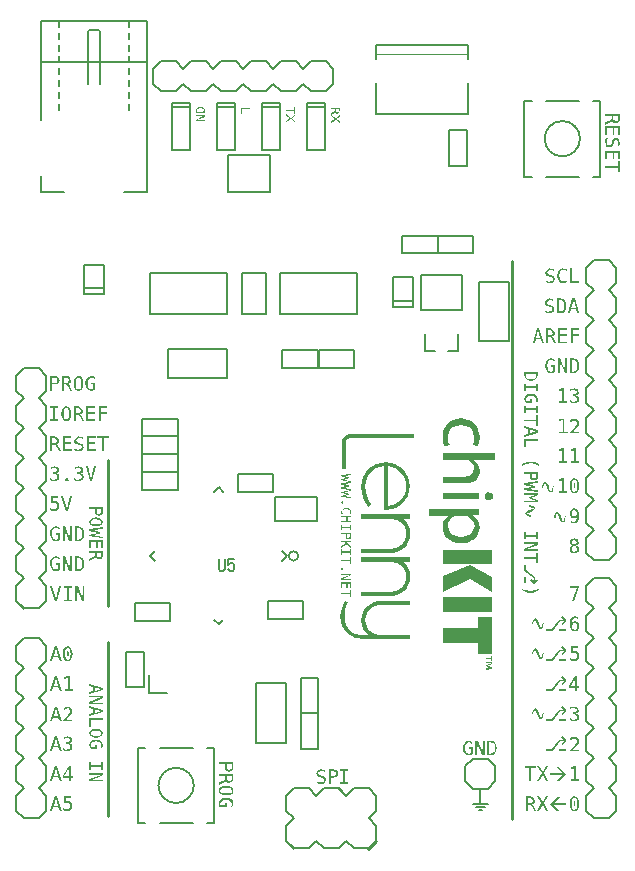
<source format=gbr>
G04 start of page 8 for group -4079 idx -4079 *
G04 Title: (unknown), topsilk *
G04 Creator: pcb 1.99z *
G04 CreationDate: Fri May 13 00:02:03 2016 UTC *
G04 For: matt *
G04 Format: Gerber/RS-274X *
G04 PCB-Dimensions (mil): 2500.00 3000.00 *
G04 PCB-Coordinate-Origin: lower left *
%MOIN*%
%FSLAX25Y25*%
%LNTOPSILK*%
%ADD68C,0.0055*%
%ADD67C,0.0000*%
%ADD66C,0.0059*%
%ADD65C,0.0059*%
%ADD64C,0.0097*%
%ADD63C,0.0001*%
G54D63*G36*
X196934Y29771D02*X196701Y30095D01*
X197005Y30275D01*
X197238Y30926D01*
X197178Y31259D01*
X196994Y31577D01*
X196677Y31707D01*
X196278Y31800D01*
X195584D01*
Y30064D01*
X196305D01*
X196701Y30095D01*
X196934Y29771D01*
X197363Y29526D01*
X197549Y29215D01*
X197813Y28800D01*
X198470Y27459D01*
X197765D01*
X197184Y28702D01*
X196910Y29118D01*
X196739Y29391D01*
X196213Y29543D01*
X195584D01*
Y27459D01*
X194927D01*
Y32321D01*
X196278D01*
X196975Y32231D01*
X197504Y31963D01*
X197792Y31481D01*
X197933Y30921D01*
X197868Y30449D01*
X197672Y30145D01*
X197346Y29868D01*
X196934Y29771D01*
G37*
G36*
X198337Y41797D02*X196818D01*
Y37457D01*
X196156D01*
Y41797D01*
X194631D01*
Y42318D01*
X198337D01*
Y41797D01*
G37*
G36*
X200525Y30492D02*X201615Y32321D01*
X202320D01*
X200867Y30009D01*
X202424Y27459D01*
X201718D01*
X200525Y29532D01*
X199244Y27459D01*
X198534D01*
X200161Y30009D01*
X198756Y32321D01*
X199461D01*
X200525Y30492D01*
G37*
G36*
X200544Y40490D02*X201634Y42318D01*
X202339D01*
X200885Y40007D01*
X202443Y37457D01*
X201737D01*
X200544Y39530D01*
X199263Y37457D01*
X198553D01*
X200180Y40007D01*
X198775Y42318D01*
X199480D01*
X200544Y40490D01*
G37*
G36*
X208420Y39839D02*X206033Y37457D01*
X205137D01*
X207199Y39524D01*
X203060D01*
Y40164D01*
X207199D01*
X205137Y42226D01*
X206033D01*
X208420Y39839D01*
G37*
G36*
X211072Y41699D02*X209976Y41461D01*
Y42047D01*
X211066Y42318D01*
X211722D01*
Y38021D01*
X212732D01*
Y37457D01*
X210052D01*
Y38021D01*
X211072D01*
Y41699D01*
G37*
G36*
X203041Y29885D02*X205433Y32299D01*
X206328D01*
X204261Y30237D01*
X208401D01*
Y29543D01*
X204261D01*
X206328Y27476D01*
X205433D01*
X203041Y29885D01*
G37*
G36*
X211156Y32321D02*Y31800D01*
X210723Y31660D01*
X210472Y31328D01*
X210266Y30730D01*
X210244Y29890D01*
X210294Y29045D01*
X210472Y28452D01*
X210722Y28062D01*
X211156Y27980D01*
X211524Y28077D01*
X211845Y28452D01*
X211983Y29011D01*
X212072Y29890D01*
X211996Y30732D01*
X211845Y31328D01*
X211524Y31676D01*
X211156Y31800D01*
Y32321D01*
X211807Y32167D01*
X212333Y31707D01*
X212628Y30935D01*
X212734Y29890D01*
X212619Y28836D01*
X212333Y28072D01*
X211834Y27580D01*
X211156Y27459D01*
X210438Y27613D01*
X209984Y28072D01*
X209669Y28802D01*
X209588Y29890D01*
X209674Y30944D01*
X209984Y31707D01*
X210455Y32158D01*
X211156Y32321D01*
G37*
G36*
X210857Y30069D02*X210831Y30278D01*
X210917Y30579D01*
X211015Y30839D01*
X211156Y30932D01*
X211291Y30845D01*
X211394Y30574D01*
X211427Y30251D01*
X211465Y30069D01*
X211422Y29809D01*
X211411Y29559D01*
X211307Y29288D01*
X211156Y29196D01*
X211025Y29283D01*
X210928Y29554D01*
X210857Y30069D01*
G37*
G36*
X212726Y47395D02*X209775D01*
Y47916D01*
X210838Y49044D01*
X211224Y49452D01*
X211468Y49733D01*
X211727Y50057D01*
X211907Y50374D01*
X211968Y50594D01*
X212021Y50873D01*
X211922Y51235D01*
X211782Y51507D01*
X211489Y51641D01*
X211126Y51735D01*
X210502Y51627D01*
X209813Y51290D01*
Y51952D01*
X210475Y52180D01*
X210772Y52203D01*
X211115Y52256D01*
X211743Y52162D01*
X212260Y51882D01*
X212559Y51409D01*
X212694Y50899D01*
X212553Y50281D01*
X212081Y49603D01*
X211555Y49022D01*
X211304Y48753D01*
X210844Y48279D01*
X210496Y47916D01*
X212726D01*
Y47395D01*
G37*
G36*
X211739Y60138D02*X212148Y59930D01*
X212472Y59687D01*
X212645Y59302D01*
X212726Y58879D01*
X212608Y58274D01*
X212276Y57826D01*
X211702Y57533D01*
X211028Y57441D01*
X210344Y57496D01*
X209661Y57659D01*
Y58315D01*
X210317Y58049D01*
X210632Y57951D01*
X210957Y57962D01*
X211435Y58003D01*
X211788Y58212D01*
X211984Y58506D01*
X212075Y58928D01*
X211788Y59617D01*
X211429Y59798D01*
X211001Y59872D01*
X210502D01*
Y60393D01*
X211001D01*
X211398Y60416D01*
X211706Y60572D01*
X211961Y61076D01*
X211863Y61359D01*
X211728Y61602D01*
X211430Y61695D01*
X211055Y61782D01*
X210453Y61722D01*
X209807Y61548D01*
Y62107D01*
X210513Y62254D01*
X210765D01*
X211055Y62302D01*
X211681Y62221D01*
X212189Y61977D01*
X212482Y61591D01*
X212613Y61103D01*
X212522Y60741D01*
X212390Y60485D01*
X212109Y60242D01*
X211739Y60138D01*
G37*
G36*
X212078Y69193D02*X212729D01*
Y68639D01*
X212078D01*
Y67456D01*
X211427D01*
Y68639D01*
X209365D01*
Y69274D01*
X209892Y69193D01*
X211427D01*
Y71693D01*
X209892Y69193D01*
X209365Y69274D01*
X211319Y72317D01*
X212078D01*
Y69193D01*
G37*
G36*
X206101Y61241D02*X207583D01*
X206829Y61996D01*
X207219Y62381D01*
X208483Y61117D01*
Y60824D01*
X207219Y59560D01*
X206829Y59945D01*
X207583Y60699D01*
X206383D01*
X204002Y57449D01*
X201756D01*
Y57997D01*
X203720D01*
X206101Y61241D01*
G37*
G36*
X206096Y57449D02*Y57997D01*
X208353D01*
Y57449D01*
X206096D01*
G37*
G36*
X206101Y71241D02*X207583D01*
X206829Y71996D01*
X207219Y72381D01*
X208483Y71117D01*
Y70824D01*
X207219Y69560D01*
X206829Y69945D01*
X207583Y70699D01*
X206383D01*
X204002Y67449D01*
X201756D01*
Y67997D01*
X203720D01*
X206101Y71241D01*
G37*
G36*
X206096Y67449D02*Y67997D01*
X208353D01*
Y67449D01*
X206096D01*
G37*
G36*
X206101Y51241D02*X207583D01*
X206829Y51996D01*
X207219Y52381D01*
X208483Y51117D01*
Y50824D01*
X207219Y49560D01*
X206829Y49945D01*
X207583Y50699D01*
X206383D01*
X204002Y47449D01*
X201756D01*
Y47997D01*
X203720D01*
X206101Y51241D01*
G37*
G36*
X206096Y47449D02*Y47997D01*
X208353D01*
Y47449D01*
X206096D01*
G37*
G36*
X201069Y60269D02*X200800Y59331D01*
X200529Y58691D01*
X200227Y58324D01*
X199865Y58207D01*
X199497Y58263D01*
X199207Y58551D01*
X198980Y59046D01*
X198801Y59722D01*
X198454Y60863D01*
X198145Y61257D01*
X197772Y60847D01*
X197488Y59722D01*
X196940D01*
X197438Y61261D01*
X198145Y61783D01*
X198757Y61401D01*
X199208Y60269D01*
X199510Y59084D01*
X199865Y58728D01*
X200196Y59100D01*
X200521Y60269D01*
X201069D01*
G37*
G36*
X177267Y46560D02*X176676Y46207D01*
X176303Y46098D01*
X175959Y46082D01*
X175113Y46242D01*
X174522Y46722D01*
X174115Y47451D01*
X174006Y48513D01*
X174094Y49533D01*
X174527Y50304D01*
X175132Y50777D01*
X175976Y50943D01*
X176562Y50862D01*
X177098Y50602D01*
Y49967D01*
X176796Y50162D01*
X176562Y50314D01*
X175976Y50422D01*
X175387Y50281D01*
X175015Y49945D01*
X174737Y49343D01*
X174696Y48513D01*
X174732Y47664D01*
X175005Y47070D01*
X175361Y46683D01*
X175959Y46603D01*
X176141Y46595D01*
X176345Y46657D01*
X176469Y46693D01*
X176638Y46815D01*
Y48165D01*
X175933D01*
Y48687D01*
X177267D01*
Y46560D01*
G37*
G36*
X180613Y46929D02*Y50943D01*
X181248D01*
Y46082D01*
X180413D01*
X178774Y50043D01*
Y46082D01*
X178139D01*
Y50943D01*
X178975D01*
X180613Y46929D01*
G37*
G36*
X183135Y50943D02*X183118Y50422D01*
X182809D01*
Y46603D01*
X183118D01*
X183822Y46685D01*
X184279Y47015D01*
X184504Y47565D01*
X184605Y48507D01*
X184507Y49387D01*
X184279Y50010D01*
X183807Y50306D01*
X183118Y50422D01*
X183135Y50943D01*
X184093Y50796D01*
X184773Y50352D01*
X185130Y49583D01*
X185299Y48507D01*
X185152Y47386D01*
X184773Y46674D01*
X184062Y46200D01*
X183135Y46082D01*
X182147D01*
Y50943D01*
X183135D01*
G37*
G36*
X212379Y81844D02*X210518D01*
Y80706D01*
X210806Y80781D01*
X211088Y80803D01*
X211747Y80670D01*
X212281Y80358D01*
X212583Y79828D01*
X212726Y79154D01*
X212610Y78436D01*
X212265Y77943D01*
X211686Y77603D01*
X210996Y77504D01*
X210290Y77553D01*
X209715Y77694D01*
Y78356D01*
X210317Y78106D01*
X210936Y78025D01*
X211378Y78076D01*
X211772Y78318D01*
X211979Y78661D01*
X212065Y79154D01*
X211983Y79594D01*
X211761Y79983D01*
X210914Y80282D01*
X210399Y80222D01*
X210134Y80103D01*
X209922Y80033D01*
Y82365D01*
X212379D01*
Y81844D01*
G37*
G36*
X212370Y91578D02*X212144Y91637D01*
X211936Y91746D01*
X211453Y91800D01*
X210876Y91667D01*
X210509Y91355D01*
X210224Y90796D01*
X210183Y90048D01*
X210541Y89939D01*
X210297Y89109D01*
X210344Y88606D01*
X210541Y88279D01*
X210821Y88040D01*
X211198Y87980D01*
X211541Y88031D01*
X211854Y88268D01*
X211986Y88609D01*
X212077Y89109D01*
X212001Y89567D01*
X211854Y89956D01*
X211546Y90159D01*
X211198Y90238D01*
X210781Y90163D01*
X210541Y89939D01*
X210183Y90048D01*
X210327Y90331D01*
X210617Y90574D01*
X210906Y90670D01*
X211252Y90759D01*
X211873Y90630D01*
X212342Y90330D01*
X212622Y89797D01*
X212728Y89109D01*
X212613Y88382D01*
X212326Y87894D01*
X211845Y87557D01*
X211214Y87460D01*
X210438Y87606D01*
X209972Y88046D01*
X209663Y88767D01*
X209581Y89890D01*
X209687Y90933D01*
X210053Y91697D01*
X210607Y92157D01*
X211426Y92321D01*
X211903Y92272D01*
X212100Y92176D01*
X212370Y92136D01*
Y91578D01*
G37*
G36*
X212726Y102057D02*X210990Y97456D01*
X210301D01*
X211994Y101796D01*
X209666D01*
Y102317D01*
X212726D01*
Y102057D01*
G37*
G36*
X206101Y91241D02*X207583D01*
X206829Y91996D01*
X207219Y92381D01*
X208483Y91117D01*
Y90824D01*
X207219Y89560D01*
X206829Y89945D01*
X207583Y90699D01*
X206383D01*
X204002Y87449D01*
X201756D01*
Y87997D01*
X203720D01*
X206101Y91241D01*
G37*
G36*
X206096Y87449D02*Y87997D01*
X208353D01*
Y87449D01*
X206096D01*
G37*
G36*
X206101Y81241D02*X207583D01*
X206829Y81996D01*
X207219Y82381D01*
X208483Y81117D01*
Y80824D01*
X207219Y79560D01*
X206829Y79945D01*
X207583Y80699D01*
X206383D01*
X204002Y77449D01*
X201756D01*
Y77997D01*
X203720D01*
X206101Y81241D01*
G37*
G36*
X206096Y77449D02*Y77997D01*
X208353D01*
Y77449D01*
X206096D01*
G37*
G36*
X201069Y80269D02*X200800Y79331D01*
X200529Y78691D01*
X200227Y78324D01*
X199865Y78207D01*
X199497Y78263D01*
X199207Y78551D01*
X198980Y79046D01*
X198801Y79722D01*
X198454Y80863D01*
X198145Y81257D01*
X197772Y80847D01*
X197488Y79722D01*
X196940D01*
X197438Y81261D01*
X198145Y81783D01*
X198757Y81401D01*
X199208Y80269D01*
X199510Y79084D01*
X199865Y78728D01*
X200196Y79100D01*
X200521Y80269D01*
X201069D01*
G37*
G36*
Y90269D02*X200800Y89331D01*
X200529Y88691D01*
X200227Y88324D01*
X199865Y88207D01*
X199497Y88263D01*
X199207Y88551D01*
X198980Y89046D01*
X198801Y89722D01*
X198454Y90863D01*
X198145Y91257D01*
X197772Y90847D01*
X197488Y89722D01*
X196940D01*
X197438Y91261D01*
X198145Y91783D01*
X198757Y91401D01*
X199208Y90269D01*
X199510Y89084D01*
X199865Y88728D01*
X200196Y89100D01*
X200521Y90269D01*
X201069D01*
G37*
G36*
X183744Y100383D02*X176365Y104674D01*
X167472Y100407D01*
Y105843D01*
X176460Y109526D01*
X183744Y105354D01*
Y100383D01*
G37*
G36*
Y93922D02*X167472D01*
Y98761D01*
X183744D01*
Y93922D01*
G37*
G36*
X167911Y149052D02*X167678Y149597D01*
X167448Y150365D01*
X167273Y151326D01*
X167204Y152446D01*
X167316Y153722D01*
X167641Y154869D01*
X168167Y155874D01*
X168876Y156724D01*
X169755Y157408D01*
X170788Y157911D01*
X171960Y158223D01*
X173257Y158329D01*
X174572Y158215D01*
X175772Y157880D01*
X176842Y157338D01*
X177759Y156602D01*
X178506Y155685D01*
X179063Y154601D01*
X179412Y153362D01*
X179532Y151981D01*
X179337Y150236D01*
X178922Y149004D01*
X177261Y149492D01*
X177473Y149932D01*
X177652Y150490D01*
X177776Y151170D01*
X177823Y151981D01*
X177472Y153778D01*
X176514Y155086D01*
X175094Y155886D01*
X173355Y156157D01*
X171511Y155846D01*
X170121Y154985D01*
X169243Y153685D01*
X168937Y152056D01*
X169129Y150509D01*
X169523Y149419D01*
X167911Y149052D01*
G37*
G36*
X184805Y146781D02*Y144633D01*
X177433D01*
Y144584D01*
X178281Y143935D01*
X178946Y143046D01*
X179388Y142012D01*
X179556Y140849D01*
X179507Y140217D01*
X179340Y139535D01*
X179032Y138846D01*
X178559Y138191D01*
X177893Y137611D01*
X177012Y137145D01*
X175891Y136836D01*
X174503Y136724D01*
X167472D01*
Y138872D01*
X174259D01*
X175611Y139014D01*
X176731Y139479D01*
X177493Y140324D01*
X177774Y141606D01*
X177604Y142589D01*
X177139Y143422D01*
X176456Y144068D01*
X175626Y144487D01*
X175159Y144606D01*
X174600Y144633D01*
X167472D01*
Y146781D01*
X184805D01*
G37*
G36*
X167472Y133476D02*X179288D01*
Y131328D01*
X167472D01*
Y133476D01*
G37*
G36*
X182608Y131083D02*X182093Y131167D01*
X181674Y131438D01*
X181393Y131874D01*
X181290Y132450D01*
X181393Y132972D01*
X181674Y133382D01*
X182093Y133649D01*
X182608Y133744D01*
X183137Y133644D01*
X183563Y133366D01*
X183848Y132941D01*
X183950Y132402D01*
X183848Y131857D01*
X183563Y131441D01*
X183137Y131176D01*
X182608Y131083D01*
G37*
G36*
X175430Y128007D02*X177506Y128038D01*
X179288Y128105D01*
Y126176D01*
X177261Y126079D01*
Y126030D01*
X176282Y125261D01*
X175186Y125737D01*
X174756Y125838D01*
X174307Y125883D01*
X172281D01*
X171402Y125786D01*
X170381Y125334D01*
X169587Y124605D01*
X169071Y123661D01*
X168887Y122563D01*
X169220Y121045D01*
X170155Y119918D01*
X171596Y119216D01*
X173453Y118974D01*
X175139Y119204D01*
X176538Y119881D01*
X177493Y120983D01*
X177847Y122490D01*
X177658Y123557D01*
X177121Y124507D01*
X176282Y125261D01*
X177261Y126030D01*
X178228Y125275D01*
X178949Y124324D01*
X179400Y123177D01*
X179556Y121831D01*
X179446Y120796D01*
X179122Y119844D01*
X178602Y118992D01*
X177899Y118258D01*
X177028Y117657D01*
X176003Y117207D01*
X174839Y116924D01*
X173550Y116826D01*
X172058Y116943D01*
X170767Y117274D01*
X169676Y117792D01*
X168785Y118468D01*
X168092Y119275D01*
X167598Y120184D01*
X167302Y121168D01*
X167204Y122197D01*
X167329Y123326D01*
X167692Y124337D01*
X168275Y125188D01*
X169059Y125834D01*
Y125883D01*
X162638D01*
Y128007D01*
X175430D01*
G37*
G36*
X183744Y109669D02*X167472D01*
Y114509D01*
X183744D01*
Y109669D01*
G37*
G36*
X179071Y83586D02*X167472D01*
Y88426D01*
X179071D01*
Y92133D01*
X183744D01*
Y79891D01*
X179071D01*
Y83586D01*
G37*
G36*
X183689Y79121D02*Y77320D01*
X183333D01*
Y78010D01*
X181530D01*
Y78439D01*
X183333D01*
Y79121D01*
X183689D01*
G37*
G36*
X181530Y74558D02*Y74988D01*
X182799Y75067D01*
X183404Y75082D01*
Y75108D01*
X182761Y75289D01*
X181563Y75678D01*
Y76122D01*
X182791Y76511D01*
X183087Y76583D01*
X183404Y76662D01*
Y76685D01*
X182799Y76702D01*
X181530Y76781D01*
Y77193D01*
X183689Y77035D01*
Y76392D01*
X182634Y76018D01*
X182087Y75876D01*
Y75868D01*
X182619Y75718D01*
X183689Y75344D01*
Y74726D01*
X181530Y74558D01*
G37*
G36*
X38486Y140156D02*X38896Y139949D01*
X39218Y139706D01*
X39392Y139321D01*
X39473Y138898D01*
X39355Y138293D01*
X39023Y137845D01*
X38449Y137552D01*
X37775Y137460D01*
X37092Y137514D01*
X36408Y137677D01*
Y138333D01*
X37065Y138067D01*
X37379Y137970D01*
X37705Y137980D01*
X38182Y138021D01*
X38535Y138230D01*
X38731Y138524D01*
X38822Y138946D01*
X38535Y139635D01*
X38175Y139816D01*
X37748Y139890D01*
X37249D01*
Y140411D01*
X37748D01*
X38146Y140434D01*
X38453Y140590D01*
X38708Y141095D01*
X38609Y141377D01*
X38475Y141621D01*
X38177Y141713D01*
X37802Y141800D01*
X37200Y141740D01*
X36555Y141567D01*
Y142126D01*
X37260Y142272D01*
X37512D01*
X37802Y142321D01*
X38428Y142239D01*
X38936Y141995D01*
X39229Y141609D01*
X39359Y141122D01*
X39269Y140760D01*
X39137Y140503D01*
X38856Y140260D01*
X38486Y140156D01*
G37*
G36*
X39074Y131844D02*X37213D01*
Y130706D01*
X37501Y130781D01*
X37783Y130803D01*
X38443Y130670D01*
X38977Y130358D01*
X39278Y129828D01*
X39422Y129154D01*
X39305Y128436D01*
X38961Y127943D01*
X38381Y127603D01*
X37691Y127504D01*
X36986Y127553D01*
X36411Y127694D01*
Y128356D01*
X37013Y128106D01*
X37631Y128025D01*
X38074Y128076D01*
X38467Y128318D01*
X38674Y128661D01*
X38760Y129154D01*
X38679Y129594D01*
X38456Y129983D01*
X37610Y130282D01*
X37094Y130222D01*
X36830Y130103D01*
X36617Y130033D01*
Y132365D01*
X39074D01*
Y131844D01*
G37*
G36*
X39669Y117937D02*X39077Y117584D01*
X38704Y117476D01*
X38361Y117459D01*
X37515Y117619D01*
X36924Y118100D01*
X36517Y118828D01*
X36408Y119890D01*
X36496Y120910D01*
X36929Y121680D01*
X37534Y122154D01*
X38377Y122320D01*
X38963Y122239D01*
X39500Y121979D01*
Y121344D01*
X39198Y121539D01*
X38963Y121691D01*
X38377Y121800D01*
X37789Y121659D01*
X37417Y121322D01*
X37139Y120720D01*
X37097Y119890D01*
X37133Y119041D01*
X37406Y118447D01*
X37763Y118060D01*
X38361Y117980D01*
X38543Y117972D01*
X38746Y118034D01*
X38870Y118070D01*
X39039Y118192D01*
Y119543D01*
X38334D01*
Y120063D01*
X39669D01*
Y117937D01*
G37*
G36*
Y107938D02*X39077Y107585D01*
X38704Y107476D01*
X38361Y107460D01*
X37515Y107620D01*
X36924Y108100D01*
X36517Y108829D01*
X36408Y109891D01*
X36496Y110911D01*
X36929Y111681D01*
X37534Y112155D01*
X38377Y112321D01*
X38963Y112240D01*
X39500Y111980D01*
Y111345D01*
X39198Y111540D01*
X38963Y111692D01*
X38377Y111800D01*
X37789Y111659D01*
X37417Y111323D01*
X37139Y110721D01*
X37097Y109891D01*
X37133Y109042D01*
X37406Y108448D01*
X37763Y108061D01*
X38361Y107981D01*
X38543Y107973D01*
X38746Y108035D01*
X38870Y108071D01*
X39039Y108193D01*
Y109543D01*
X38334D01*
Y110065D01*
X39669D01*
Y107938D01*
G37*
G36*
X40048Y102317D02*X38627Y97456D01*
X37830D01*
X36408Y102317D01*
X37086D01*
X38226Y98004D01*
X39370Y102317D01*
X40048D01*
G37*
G36*
X41441Y137975D02*X41599Y138355D01*
X41739Y138440D01*
X41973Y138502D01*
X42347Y138355D01*
X42425Y138165D01*
X42499Y137975D01*
X42347Y137606D01*
X42139Y137479D01*
X41973Y137460D01*
X41734Y137496D01*
X41599Y137606D01*
X41451Y137752D01*
X41441Y137975D01*
G37*
G36*
X43782Y132365D02*X42361Y127504D01*
X41563D01*
X40142Y132365D01*
X40820D01*
X41959Y128052D01*
X43104Y132365D01*
X43782D01*
G37*
G36*
X43015Y118306D02*Y122320D01*
X43650D01*
Y117459D01*
X42814D01*
X41176Y121420D01*
Y117459D01*
X40541D01*
Y122320D01*
X41376D01*
X43015Y118306D01*
G37*
G36*
X45536Y122320D02*X45520Y121800D01*
X45211D01*
Y117980D01*
X45520D01*
X46224Y118062D01*
X46681Y118393D01*
X46906Y118942D01*
X47006Y119885D01*
X46909Y120763D01*
X46681Y121387D01*
X46209Y121683D01*
X45520Y121800D01*
X45536Y122320D01*
X46495Y122172D01*
X47174Y121729D01*
X47531Y120960D01*
X47701Y119885D01*
X47553Y118763D01*
X47174Y118050D01*
X46464Y117577D01*
X45536Y117459D01*
X44549D01*
Y122320D01*
X45536D01*
G37*
G36*
X43015Y108307D02*Y112321D01*
X43650D01*
Y107460D01*
X42814D01*
X41176Y111421D01*
Y107460D01*
X40541D01*
Y112321D01*
X41376D01*
X43015Y108307D01*
G37*
G36*
X45536Y112321D02*X45520Y111800D01*
X45211D01*
Y107981D01*
X45520D01*
X46224Y108063D01*
X46681Y108393D01*
X46906Y108943D01*
X47006Y109885D01*
X46909Y110765D01*
X46681Y111388D01*
X46209Y111684D01*
X45520Y111800D01*
X45536Y112321D01*
X46495Y112174D01*
X47174Y111730D01*
X47531Y110961D01*
X47701Y109885D01*
X47553Y108764D01*
X47174Y108052D01*
X46464Y107578D01*
X45536Y107460D01*
X44549D01*
Y112321D01*
X45536D01*
G37*
G36*
X43590Y101796D02*X42570D01*
Y97977D01*
X43590D01*
Y97456D01*
X40893D01*
Y97977D01*
X41908D01*
Y101796D01*
X40893D01*
Y102317D01*
X43590D01*
Y101796D01*
G37*
G36*
X47174Y98302D02*Y102317D01*
X47809D01*
Y97456D01*
X46974D01*
X45335Y101417D01*
Y97456D01*
X44700D01*
Y102317D01*
X45536D01*
X47174Y98302D01*
G37*
G36*
X51316Y161800D02*X49091D01*
Y160412D01*
X51218D01*
Y159891D01*
X49091D01*
Y157981D01*
X51381D01*
Y157460D01*
X48435D01*
Y162321D01*
X51316D01*
Y161800D01*
G37*
G36*
X55426D02*X53224D01*
Y160412D01*
X55220D01*
Y159891D01*
X53224D01*
Y157460D01*
X52567D01*
Y162321D01*
X55426D01*
Y161800D01*
G37*
G36*
X38418Y149771D02*X38185Y150095D01*
X38489Y150276D01*
X38722Y150927D01*
X38661Y151259D01*
X38478Y151578D01*
X38160Y151708D01*
X37761Y151800D01*
X37067D01*
Y150065D01*
X37789D01*
X38185Y150095D01*
X38418Y149771D01*
X38847Y149527D01*
X39033Y149215D01*
X39297Y148800D01*
X39954Y147460D01*
X39248D01*
X38668Y148702D01*
X38394Y149119D01*
X38223Y149391D01*
X37696Y149543D01*
X37067D01*
Y147460D01*
X36411D01*
Y152321D01*
X37761D01*
X38459Y152232D01*
X38988Y151963D01*
X39275Y151482D01*
X39416Y150921D01*
X39351Y150450D01*
X39156Y150146D01*
X38829Y149869D01*
X38418Y149771D01*
G37*
G36*
X43479Y151800D02*X41254D01*
Y150412D01*
X43381D01*
Y149891D01*
X41254D01*
Y147981D01*
X43544D01*
Y147460D01*
X40598D01*
Y152321D01*
X43479D01*
Y151800D01*
G37*
G36*
X47264Y151426D02*X46662Y151708D01*
X46054Y151800D01*
X45322Y151594D01*
X45079Y151308D01*
X45050Y151030D01*
X45230Y150558D01*
X45455Y150368D01*
X45892Y150281D01*
X46233Y150211D01*
X46804Y149972D01*
X47231Y149728D01*
X47446Y149314D01*
X47541Y148827D01*
X47420Y148202D01*
X47112Y147813D01*
X46586Y147548D01*
X45864Y147460D01*
X45175Y147525D01*
X44486Y147737D01*
Y148420D01*
X44823Y148194D01*
X45192Y148089D01*
X45502Y147973D01*
X45864Y147981D01*
X46287Y148013D01*
X46640Y148198D01*
X46817Y148448D01*
X46917Y148795D01*
X46848Y149069D01*
X46727Y149332D01*
X46422Y149483D01*
X46065Y149619D01*
X45713Y149695D01*
X45129Y149861D01*
X44731Y150140D01*
X44490Y150455D01*
X44421Y150938D01*
X44518Y151505D01*
X44861Y151947D01*
X45345Y152188D01*
X46022Y152321D01*
X46275Y152306D01*
X46613Y152262D01*
X46900Y152150D01*
X47264Y152077D01*
Y151426D01*
G37*
G36*
X51505Y151800D02*X49281D01*
Y150412D01*
X51408D01*
Y149891D01*
X49281D01*
Y147981D01*
X51570D01*
Y147460D01*
X48624D01*
Y152321D01*
X51505D01*
Y151800D01*
G37*
G36*
X39107Y161800D02*X38087D01*
Y157981D01*
X39107D01*
Y157460D01*
X36411D01*
Y157981D01*
X37425D01*
Y161800D01*
X36411D01*
Y162321D01*
X39107D01*
Y161800D01*
G37*
G36*
X43397Y159891D02*X43276Y158821D01*
X42996Y158063D01*
X42475Y157580D01*
X41770Y157460D01*
Y157981D01*
X42168Y158069D01*
X42491Y158421D01*
X42620Y158973D01*
X42713Y159891D01*
X42636Y160774D01*
X42491Y161361D01*
X42164Y161681D01*
X41770Y161800D01*
X41310Y161669D01*
X41054Y161361D01*
X40859Y160762D01*
X40837Y159891D01*
X40887Y159011D01*
X41054Y158421D01*
X41313Y158059D01*
X41770Y157981D01*
Y157460D01*
X41021Y157609D01*
X40549Y158057D01*
X40235Y158785D01*
X40147Y159891D01*
X40245Y160961D01*
X40554Y161719D01*
X41044Y162160D01*
X41770Y162321D01*
X42455Y162171D01*
X42996Y161719D01*
X43283Y160950D01*
X43397Y159891D01*
G37*
G36*
X46255Y159772D02*X46022Y160096D01*
X46326Y160276D01*
X46559Y160927D01*
X46498Y161259D01*
X46315Y161578D01*
X45997Y161709D01*
X45598Y161800D01*
X44904D01*
Y160065D01*
X45626D01*
X46022Y160096D01*
X46255Y159772D01*
X46683Y159527D01*
X46870Y159215D01*
X47134Y158800D01*
X47790Y157460D01*
X47085D01*
X46505Y158702D01*
X46231Y159119D01*
X46060Y159392D01*
X45533Y159543D01*
X44904D01*
Y157460D01*
X44248D01*
Y162321D01*
X45598D01*
X46296Y162232D01*
X46825Y161963D01*
X47112Y161482D01*
X47253Y160922D01*
X47188Y160450D01*
X46993Y160146D01*
X46666Y159869D01*
X46255Y159772D01*
G37*
G36*
X55855Y151800D02*X54336D01*
Y147460D01*
X53674D01*
Y151800D01*
X52150D01*
Y152321D01*
X55855D01*
Y151800D01*
G37*
G36*
X37853Y172470D02*Y171950D01*
X37088D01*
Y170213D01*
X37853D01*
X38214Y170249D01*
X38564Y170441D01*
X38712Y170708D01*
X38819Y171081D01*
X38722Y171450D01*
X38564Y171722D01*
X38218Y171856D01*
X37853Y171950D01*
Y172470D01*
X38523Y172383D01*
X39085Y172118D01*
X39376Y171640D01*
X39502Y171081D01*
X39367Y170480D01*
X39085Y170045D01*
X38543Y169781D01*
X37853Y169693D01*
X37088D01*
Y167609D01*
X36432D01*
Y172470D01*
X37853D01*
G37*
G36*
X42279Y169920D02*X42045Y170244D01*
X42349Y170425D01*
X42583Y171076D01*
X42522Y171408D01*
X42339Y171727D01*
X42021Y171857D01*
X41622Y171950D01*
X40928D01*
Y170213D01*
X41650D01*
X42045Y170244D01*
X42279Y169920D01*
X42707Y169676D01*
X42893Y169364D01*
X43158Y168949D01*
X43814Y167609D01*
X43109D01*
X42528Y168852D01*
X42254Y169268D01*
X42083Y169541D01*
X41557Y169693D01*
X40928D01*
Y167609D01*
X40272D01*
Y172470D01*
X41622D01*
X42319Y172381D01*
X42848Y172113D01*
X43136Y171631D01*
X43277Y171070D01*
X43212Y170598D01*
X43017Y170294D01*
X42690Y170018D01*
X42279Y169920D01*
G37*
G36*
X47448Y170040D02*X47327Y168970D01*
X47046Y168211D01*
X46526Y167728D01*
X45820Y167609D01*
X45072Y167758D01*
X44600Y168206D01*
X44286Y168934D01*
X44198Y170040D01*
X44296Y171110D01*
X44605Y171868D01*
X45094Y172309D01*
X45820Y172470D01*
Y171950D01*
X45361Y171818D01*
X45104Y171510D01*
X44910Y170910D01*
X44887Y170040D01*
X44937Y169159D01*
X45104Y168569D01*
X45363Y168207D01*
X45820Y168130D01*
X46219Y168218D01*
X46542Y168569D01*
X46670Y169121D01*
X46764Y170040D01*
X46687Y170923D01*
X46542Y171510D01*
X46215Y171830D01*
X45820Y171950D01*
Y172470D01*
X46505Y172320D01*
X47046Y171868D01*
X47334Y171099D01*
X47448Y170040D01*
G37*
G36*
X51423Y168087D02*X50832Y167734D01*
X50459Y167626D01*
X50116Y167609D01*
X49269Y167769D01*
X48678Y168250D01*
X48271Y168978D01*
X48163Y170040D01*
X48251Y171060D01*
X48683Y171830D01*
X49288Y172304D01*
X50132Y172470D01*
X50718Y172389D01*
X51255Y172128D01*
Y171494D01*
X50952Y171689D01*
X50718Y171841D01*
X50132Y171950D01*
X49543Y171808D01*
X49172Y171472D01*
X48894Y170870D01*
X48851Y170040D01*
X48888Y169191D01*
X49161Y168597D01*
X49517Y168210D01*
X50116Y168130D01*
X50298Y168122D01*
X50501Y168184D01*
X50624Y168219D01*
X50794Y168342D01*
Y169693D01*
X50089D01*
Y170213D01*
X51423D01*
Y168087D01*
G37*
G36*
X40179Y77459D02*X39500D01*
X39142Y78659D01*
X38985Y79196D01*
X38291Y81702D01*
X37602Y79196D01*
X38985D01*
X39142Y78659D01*
X37439D01*
X37092Y77459D01*
X36408D01*
X37894Y82321D01*
X38692D01*
X40179Y77459D01*
G37*
G36*
Y67456D02*X39500D01*
X39142Y68656D01*
X38985Y69193D01*
X38291Y71699D01*
X37602Y69193D01*
X38985D01*
X39142Y68656D01*
X37439D01*
X37092Y67456D01*
X36408D01*
X37894Y72317D01*
X38692D01*
X40179Y67456D01*
G37*
G36*
Y57413D02*X39500D01*
X39142Y58612D01*
X38985Y59149D01*
X38291Y61656D01*
X37602Y59149D01*
X38985D01*
X39142Y58612D01*
X37439D01*
X37092Y57413D01*
X36408D01*
X37894Y62274D01*
X38692D01*
X40179Y57413D01*
G37*
G36*
Y47460D02*X39500D01*
X39142Y48659D01*
X38985Y49196D01*
X38291Y51702D01*
X37602Y49196D01*
X38985D01*
X39142Y48659D01*
X37439D01*
X37092Y47460D01*
X36408D01*
X37894Y52321D01*
X38692D01*
X40179Y47460D01*
G37*
G36*
Y37457D02*X39500D01*
X39142Y38656D01*
X38985Y39193D01*
X38291Y41699D01*
X37602Y39193D01*
X38985D01*
X39142Y38656D01*
X37439D01*
X37092Y37457D01*
X36408D01*
X37894Y42318D01*
X38692D01*
X40179Y37457D01*
G37*
G36*
Y27504D02*X39500D01*
X39142Y28703D01*
X38985Y29240D01*
X38291Y31747D01*
X37602Y29240D01*
X38985D01*
X39142Y28703D01*
X37439D01*
X37092Y27504D01*
X36408D01*
X37894Y32365D01*
X38692D01*
X40179Y27504D01*
G37*
G36*
X42304Y82321D02*Y81799D01*
X41871Y81660D01*
X41620Y81328D01*
X41414Y80730D01*
X41393Y79890D01*
X41443Y79045D01*
X41620Y78452D01*
X41870Y78062D01*
X42304Y77980D01*
X42673Y78076D01*
X42993Y78452D01*
X43131Y79011D01*
X43221Y79890D01*
X43145Y80733D01*
X42993Y81328D01*
X42673Y81676D01*
X42304Y81799D01*
Y82321D01*
X42955Y82167D01*
X43481Y81707D01*
X43776Y80935D01*
X43883Y79890D01*
X43768Y78836D01*
X43481Y78073D01*
X42982Y77580D01*
X42304Y77459D01*
X41587Y77613D01*
X41132Y78073D01*
X40818Y78802D01*
X40736Y79890D01*
X40823Y80944D01*
X41132Y81707D01*
X41603Y82158D01*
X42304Y82321D01*
G37*
G36*
X42006Y80069D02*X41980Y80278D01*
X42065Y80579D01*
X42163Y80839D01*
X42304Y80932D01*
X42439Y80845D01*
X42543Y80574D01*
X42575Y80250D01*
X42613Y80069D01*
X42570Y79809D01*
X42559Y79559D01*
X42456Y79288D01*
X42304Y79196D01*
X42174Y79283D01*
X42076Y79554D01*
X42006Y80069D01*
G37*
G36*
X42201Y71699D02*X41105Y71461D01*
Y72046D01*
X42196Y72317D01*
X42852D01*
Y68021D01*
X43861D01*
Y67456D01*
X41181D01*
Y68021D01*
X42201D01*
Y71699D01*
G37*
G36*
X43747Y57413D02*X40796D01*
Y57934D01*
X41859Y59062D01*
X42244Y59470D01*
X42489Y59751D01*
X42748Y60076D01*
X42928Y60391D01*
X42989Y60612D01*
X43042Y60890D01*
X42943Y61252D01*
X42803Y61525D01*
X42510Y61659D01*
X42146Y61753D01*
X41523Y61645D01*
X40834Y61308D01*
Y61970D01*
X41496Y62198D01*
X41793Y62221D01*
X42136Y62274D01*
X42764Y62180D01*
X43281Y61900D01*
X43580Y61428D01*
X43715Y60917D01*
X43574Y60299D01*
X43102Y59621D01*
X42575Y59040D01*
X42324Y58771D01*
X41865Y58297D01*
X41517Y57934D01*
X43747D01*
Y57413D01*
G37*
G36*
X42825Y50156D02*X43235Y49949D01*
X43557Y49706D01*
X43731Y49321D01*
X43812Y48898D01*
X43694Y48293D01*
X43362Y47845D01*
X42788Y47552D01*
X42114Y47460D01*
X41431Y47514D01*
X40747Y47677D01*
Y48333D01*
X41403Y48068D01*
X41718Y47970D01*
X42044Y47981D01*
X42521Y48022D01*
X42874Y48230D01*
X43070Y48525D01*
X43161Y48947D01*
X42874Y49635D01*
X42514Y49816D01*
X42087Y49891D01*
X41588D01*
Y50412D01*
X42087D01*
X42484Y50435D01*
X42792Y50591D01*
X43047Y51095D01*
X42948Y51377D01*
X42814Y51621D01*
X42516Y51714D01*
X42141Y51800D01*
X41539Y51741D01*
X40893Y51567D01*
Y52126D01*
X41599Y52272D01*
X41851D01*
X42141Y52321D01*
X42767Y52240D01*
X43275Y51996D01*
X43568Y51609D01*
X43698Y51122D01*
X43607Y50760D01*
X43476Y50504D01*
X43195Y50261D01*
X42825Y50156D01*
G37*
G36*
X43346Y39193D02*X43997D01*
Y38640D01*
X43346D01*
Y37457D01*
X42694D01*
Y38640D01*
X40633D01*
Y39274D01*
X41159Y39193D01*
X42694D01*
Y41694D01*
X41159Y39193D01*
X40633Y39274D01*
X42586Y42318D01*
X43346D01*
Y39193D01*
G37*
G36*
X43433Y31844D02*X41572D01*
Y30705D01*
X41859Y30781D01*
X42141Y30803D01*
X42800Y30670D01*
X43335Y30358D01*
X43636Y29828D01*
X43780Y29154D01*
X43663Y28436D01*
X43319Y27944D01*
X42739Y27603D01*
X42049Y27504D01*
X41344Y27553D01*
X40769Y27694D01*
Y28356D01*
X41371Y28106D01*
X41989Y28025D01*
X42431Y28077D01*
X42825Y28318D01*
X43032Y28661D01*
X43118Y29154D01*
X43036Y29594D01*
X42814Y29984D01*
X41968Y30282D01*
X41452Y30222D01*
X41188Y30103D01*
X40975Y30033D01*
Y32365D01*
X43433D01*
Y31844D01*
G37*
G36*
X49449Y66427D02*Y67051D01*
X50735Y67382D01*
X51223Y67523D01*
X53426Y68158D01*
X51223Y68793D01*
Y67523D01*
X50735Y67382D01*
Y68939D01*
X49449Y69265D01*
Y69889D01*
X53963Y68521D01*
Y67794D01*
X49449Y66427D01*
G37*
G36*
X50247Y63639D02*X53963D01*
Y63058D01*
X49449D01*
Y63817D01*
X53166Y65320D01*
X49449D01*
Y65906D01*
X53963D01*
Y65141D01*
X50247Y63639D01*
G37*
G36*
X49449Y59070D02*Y59694D01*
X50735Y60025D01*
X51223Y60166D01*
X53426Y60801D01*
X51223Y61436D01*
Y60166D01*
X50735Y60025D01*
Y61582D01*
X49449Y61908D01*
Y62532D01*
X53963Y61165D01*
Y60437D01*
X49449Y59070D01*
G37*
G36*
X49959Y57714D02*Y55565D01*
X49449D01*
Y58322D01*
X53963D01*
Y57714D01*
X49959D01*
G37*
G36*
X51706Y51952D02*X50689Y52028D01*
X50008Y52321D01*
X49562Y52767D01*
X49449Y53444D01*
X49921D01*
X50008Y53018D01*
X50333Y52783D01*
X50853Y52598D01*
X51706Y52582D01*
X52511Y52624D01*
X53079Y52783D01*
X53368Y53015D01*
X53491Y53444D01*
X53359Y53806D01*
X53079Y54100D01*
X52506Y54231D01*
X51706Y54307D01*
X50863Y54248D01*
X50333Y54100D01*
X50000Y53812D01*
X49921Y53444D01*
X49449D01*
X49587Y54072D01*
X50008Y54567D01*
X50682Y54805D01*
X51706Y54936D01*
X52677Y54843D01*
X53404Y54562D01*
X53806Y54061D01*
X53963Y53444D01*
X53822Y52756D01*
X53404Y52321D01*
X52683Y52026D01*
X51706Y51952D01*
G37*
G36*
X49878Y48312D02*X49558Y48854D01*
X49449Y49511D01*
X49597Y50223D01*
X50046Y50829D01*
X50724Y51150D01*
X51706Y51301D01*
X52630Y51178D01*
X53366Y50824D01*
X53800Y50219D01*
X53963Y49494D01*
X53943Y49183D01*
X53887Y48957D01*
X53757Y48689D01*
X53659Y48464D01*
X53073D01*
X53242Y48669D01*
X53393Y48957D01*
X53491Y49494D01*
X53351Y49971D01*
X53046Y50374D01*
X52472Y50578D01*
X51706Y50672D01*
X50891Y50588D01*
X50361Y50384D01*
X50002Y50005D01*
X49921Y49511D01*
X49919Y49278D01*
X49976Y49158D01*
X50012Y48974D01*
X50127Y48887D01*
X51440D01*
Y49533D01*
X51912D01*
Y48312D01*
X49878D01*
G37*
G36*
X53491Y41196D02*Y42130D01*
X49921D01*
Y41196D01*
X49449D01*
Y43665D01*
X49921D01*
Y42732D01*
X53491D01*
Y43665D01*
X53963D01*
Y41196D01*
X53491D01*
G37*
G36*
X50247Y37909D02*X53963D01*
Y37328D01*
X49449D01*
Y38088D01*
X53166Y39591D01*
X49449D01*
Y40176D01*
X53963D01*
Y39411D01*
X50247Y37909D01*
G37*
G36*
X46513Y140156D02*X46922Y139949D01*
X47245Y139706D01*
X47419Y139321D01*
X47500Y138898D01*
X47382Y138293D01*
X47050Y137845D01*
X46476Y137552D01*
X45802Y137460D01*
X45118Y137514D01*
X44435Y137677D01*
Y138333D01*
X45091Y138067D01*
X45406Y137970D01*
X45731Y137980D01*
X46209Y138021D01*
X46561Y138230D01*
X46758Y138524D01*
X46849Y138946D01*
X46561Y139635D01*
X46202Y139816D01*
X45775Y139890D01*
X45276D01*
Y140411D01*
X45775D01*
X46172Y140434D01*
X46480Y140590D01*
X46735Y141095D01*
X46636Y141377D01*
X46502Y141621D01*
X46204Y141713D01*
X45829Y141800D01*
X45227Y141740D01*
X44581Y141567D01*
Y142126D01*
X45287Y142272D01*
X45539D01*
X45829Y142321D01*
X46454Y142239D01*
X46963Y141995D01*
X47256Y141609D01*
X47386Y141122D01*
X47295Y140760D01*
X47164Y140503D01*
X46883Y140260D01*
X46513Y140156D01*
G37*
G36*
X51828Y142321D02*X50407Y137460D01*
X49609D01*
X48188Y142321D01*
X48866D01*
X50005Y138008D01*
X51150Y142321D01*
X51828D01*
G37*
G36*
X53963Y127484D02*X53882Y126807D01*
X53643Y126356D01*
X53244Y126053D01*
X52704Y125970D01*
X52139Y126057D01*
X51760Y126350D01*
X51491Y126817D01*
X51440Y127484D01*
X51912D01*
X51959Y127092D01*
X52119Y126833D01*
X52339Y126629D01*
X52704Y126600D01*
X53285Y126833D01*
X53437Y127081D01*
X53491Y127484D01*
Y128184D01*
X51912D01*
Y127484D01*
X51440D01*
Y128184D01*
X49449D01*
Y128786D01*
X53963D01*
Y127484D01*
G37*
G36*
X51706Y122362D02*X50689Y122438D01*
X50008Y122731D01*
X49562Y123178D01*
X49449Y123854D01*
X49921D01*
X50008Y123429D01*
X50333Y123193D01*
X50853Y123008D01*
X51706Y122992D01*
X52511Y123034D01*
X53079Y123193D01*
X53368Y123424D01*
X53491Y123854D01*
X53359Y124217D01*
X53079Y124511D01*
X52506Y124641D01*
X51706Y124717D01*
X50863Y124659D01*
X50333Y124511D01*
X50000Y124222D01*
X49921Y123854D01*
X49449D01*
X49587Y124483D01*
X50008Y124978D01*
X50682Y125215D01*
X51706Y125346D01*
X52677Y125252D01*
X53404Y124972D01*
X53806Y124471D01*
X53963Y123854D01*
X53822Y123167D01*
X53404Y122731D01*
X52683Y122435D01*
X51706Y122362D01*
G37*
G36*
X50529Y121000D02*X52921Y120496D01*
Y119867D01*
X50328Y119351D01*
X53963Y118923D01*
Y118337D01*
X49449Y119004D01*
Y119574D01*
X52254Y120176D01*
X49449Y120778D01*
Y121348D01*
X53963Y122015D01*
Y121429D01*
X50529Y121000D01*
G37*
G36*
X53491Y115109D02*Y117149D01*
X52259D01*
Y115196D01*
X51787D01*
Y117149D01*
X49921D01*
Y115049D01*
X49449D01*
Y117750D01*
X53963D01*
Y115109D01*
X53491D01*
G37*
G36*
X51652Y112391D02*X52107Y112326D01*
X52320Y112152D01*
X52699Y112109D01*
X53023Y112137D01*
X53290Y112336D01*
X53491Y112993D01*
Y113628D01*
X51912D01*
Y112966D01*
X52107Y112326D01*
X51652Y112391D01*
X51419Y111994D01*
X51131Y111798D01*
X50724Y111588D01*
X49449Y110980D01*
Y111626D01*
X50637Y112157D01*
X51037Y112343D01*
X51294Y112570D01*
X51389Y112740D01*
X51440Y113052D01*
Y113628D01*
X49449D01*
Y114230D01*
X53963D01*
Y112993D01*
X53882Y112333D01*
X53637Y111865D01*
X53235Y111530D01*
X52694Y111474D01*
X52288Y111498D01*
X51988Y111712D01*
X51751Y111980D01*
X51652Y112391D01*
G37*
G36*
X210574Y116161D02*X210724Y115828D01*
X210471Y115640D01*
X210251Y115328D01*
X210227Y114940D01*
X210281Y114526D01*
X210471Y114235D01*
X210724Y114035D01*
X211143Y113980D01*
X211506Y114021D01*
X211827Y114230D01*
X211974Y114520D01*
X212066Y114940D01*
X211827Y115640D01*
X211502Y115815D01*
X211143Y115890D01*
X210724Y115828D01*
X210574Y116161D01*
X210191Y116267D01*
X209917Y116525D01*
X209731Y116784D01*
X209684Y117170D01*
X209757Y117617D01*
X210074Y118011D01*
X210509Y118239D01*
X211143Y118321D01*
X211717Y118243D01*
X212218Y118011D01*
X212477Y117642D01*
X212614Y117170D01*
X212554Y116792D01*
X212381Y116525D01*
X212078Y116266D01*
X211719Y116161D01*
X211462Y116434D01*
X211751Y116590D01*
X211957Y117100D01*
X211751Y117621D01*
X211473Y117713D01*
X211143Y117800D01*
X210764Y117733D01*
X210541Y117621D01*
X210385Y117359D01*
X210335Y117100D01*
X210366Y116784D01*
X210541Y116590D01*
X211143Y116411D01*
X211462Y116434D01*
X211719Y116161D01*
X212134Y115963D01*
X212467Y115722D01*
X212637Y115326D01*
X212728Y114876D01*
X212607Y114279D01*
X212305Y113834D01*
X211800Y113550D01*
X211143Y113459D01*
X210452Y113553D01*
X209988Y113834D01*
X209654Y114276D01*
X209570Y114865D01*
X209831Y115722D01*
X210100Y115974D01*
X210574Y116161D01*
G37*
G36*
X207056Y147699D02*X205960Y147460D01*
Y148046D01*
X207050Y148317D01*
X207707D01*
Y144020D01*
X208716D01*
Y143456D01*
X206035D01*
Y144020D01*
X207056D01*
Y147699D01*
G37*
G36*
X209938Y124235D02*X210372Y124046D01*
X210587Y123967D01*
X210855Y123980D01*
X211365Y124078D01*
X211798Y124458D01*
X212013Y125009D01*
X212119Y125858D01*
X211766Y125993D01*
X211923Y126308D01*
X212005Y126758D01*
X211766Y127524D01*
X211459Y127701D01*
X211104Y127800D01*
X210694Y127713D01*
X210448Y127539D01*
X210251Y127179D01*
X210225Y126758D01*
X210278Y126283D01*
X210448Y125977D01*
X210691Y125771D01*
X211104Y125717D01*
X211456Y125764D01*
X211766Y125993D01*
X212119Y125858D01*
X211913Y125536D01*
X211690Y125369D01*
X211381Y125217D01*
X211055Y125196D01*
X210411Y125298D01*
X209970Y125602D01*
X209663Y126092D01*
X209580Y126764D01*
X209669Y127398D01*
X209976Y127914D01*
X210438Y128184D01*
X211093Y128321D01*
X211801Y128174D01*
X212330Y127735D01*
X212622Y126967D01*
X212726Y125890D01*
X212596Y124844D01*
X212254Y124083D01*
X211634Y123582D01*
X210876Y123459D01*
X210399Y123503D01*
X209938Y123639D01*
Y124235D01*
G37*
G36*
X204379Y135804D02*X204111Y134865D01*
X203839Y134225D01*
X203537Y133859D01*
X203175Y133742D01*
X202807Y133798D01*
X202517Y134085D01*
X202291Y134580D01*
X202112Y135256D01*
X201765Y136398D01*
X201455Y136791D01*
X201082Y136381D01*
X200798Y135256D01*
X200251D01*
X200748Y136795D01*
X201455Y137317D01*
X202068Y136935D01*
X202519Y135804D01*
X202821Y134618D01*
X203175Y134263D01*
X203506Y134635D01*
X203831Y135804D01*
X204379D01*
G37*
G36*
X207035Y137702D02*X205939Y137464D01*
Y138050D01*
X207030Y138321D01*
X207686D01*
Y134024D01*
X208695D01*
Y133460D01*
X206015D01*
Y134024D01*
X207035D01*
Y137702D01*
G37*
G36*
X211152Y138321D02*Y137800D01*
X210719Y137660D01*
X210468Y137328D01*
X210262Y136730D01*
X210240Y135890D01*
X210290Y135046D01*
X210468Y134453D01*
X210718Y134062D01*
X211152Y133980D01*
X211520Y134077D01*
X211841Y134453D01*
X211979Y135012D01*
X212068Y135890D01*
X211993Y136733D01*
X211841Y137328D01*
X211520Y137677D01*
X211152Y137800D01*
Y138321D01*
X211803Y138168D01*
X212329Y137708D01*
X212623Y136935D01*
X212731Y135890D01*
X212615Y134837D01*
X212329Y134073D01*
X211830Y133580D01*
X211152Y133460D01*
X210434Y133613D01*
X209980Y134073D01*
X209665Y134802D01*
X209584Y135890D01*
X209670Y136944D01*
X209980Y137708D01*
X210450Y138158D01*
X211152Y138321D01*
G37*
G36*
X210853Y136070D02*X210828Y136278D01*
X210913Y136579D01*
X211011Y136840D01*
X211152Y136932D01*
X211287Y136845D01*
X211390Y136574D01*
X211423Y136251D01*
X211461Y136070D01*
X211417Y135809D01*
X211407Y135559D01*
X211304Y135288D01*
X211152Y135196D01*
X211022Y135283D01*
X210924Y135554D01*
X210853Y136070D01*
G37*
G36*
X208411Y125803D02*X208142Y124865D01*
X207871Y124225D01*
X207568Y123859D01*
X207206Y123742D01*
X206839Y123798D01*
X206548Y124085D01*
X206322Y124580D01*
X206143Y125256D01*
X205796Y126398D01*
X205486Y126791D01*
X205113Y126381D01*
X204830Y125256D01*
X204282D01*
X204780Y126795D01*
X205486Y127317D01*
X206099Y126935D01*
X206550Y125803D01*
X206852Y124618D01*
X207206Y124263D01*
X207537Y124634D01*
X207863Y125803D01*
X208411D01*
G37*
G36*
X211069Y147699D02*X209973Y147460D01*
Y148046D01*
X211063Y148317D01*
X211720D01*
Y144020D01*
X212729D01*
Y143456D01*
X210049D01*
Y144020D01*
X211069D01*
Y147699D01*
G37*
G36*
X211742Y166156D02*X212151Y165948D01*
X212474Y165706D01*
X212648Y165320D01*
X212729Y164897D01*
X212611Y164292D01*
X212279Y163844D01*
X211705Y163552D01*
X211031Y163459D01*
X210347Y163514D01*
X209664Y163676D01*
Y164333D01*
X210320Y164067D01*
X210635Y163969D01*
X210961Y163980D01*
X211438Y164021D01*
X211791Y164230D01*
X211987Y164524D01*
X212078Y164946D01*
X211791Y165635D01*
X211431Y165815D01*
X211004Y165890D01*
X210505D01*
Y166411D01*
X211004D01*
X211401Y166434D01*
X211709Y166590D01*
X211964Y167094D01*
X211865Y167376D01*
X211731Y167621D01*
X211432Y167713D01*
X211058Y167800D01*
X210456Y167740D01*
X209810Y167567D01*
Y168125D01*
X210516Y168272D01*
X210768D01*
X211058Y168321D01*
X211683Y168239D01*
X212192Y167995D01*
X212485Y167609D01*
X212615Y167121D01*
X212524Y166759D01*
X212393Y166503D01*
X212112Y166260D01*
X211742Y166156D01*
G37*
G36*
X210567Y178321D02*X210551Y177800D01*
X210242D01*
Y173980D01*
X210551D01*
X211255Y174062D01*
X211712Y174393D01*
X211937Y174942D01*
X212037Y175885D01*
X211939Y176764D01*
X211712Y177388D01*
X211240Y177683D01*
X210551Y177800D01*
X210567Y178321D01*
X211526Y178173D01*
X212206Y177729D01*
X212562Y176960D01*
X212732Y175885D01*
X212584Y174763D01*
X212206Y174051D01*
X211495Y173578D01*
X210567Y173459D01*
X209580D01*
Y178321D01*
X210567D01*
G37*
G36*
X207170Y157656D02*X206074Y157417D01*
Y158003D01*
X207164Y158274D01*
X207820D01*
Y153977D01*
X208830D01*
Y153413D01*
X206149D01*
Y153977D01*
X207170D01*
Y157656D01*
G37*
G36*
X212729Y153413D02*X209778D01*
Y153934D01*
X210841Y155062D01*
X211226Y155471D01*
X211470Y155751D01*
X211730Y156076D01*
X211910Y156391D01*
X211971Y156613D01*
X212024Y156891D01*
X211924Y157253D01*
X211785Y157526D01*
X211492Y157659D01*
X211129Y157753D01*
X210505Y157645D01*
X209816Y157309D01*
Y157970D01*
X210478Y158198D01*
X210775Y158221D01*
X211118Y158274D01*
X211746Y158180D01*
X212263Y157900D01*
X212562Y157428D01*
X212696Y156918D01*
X212556Y156300D01*
X212083Y155621D01*
X211557Y155041D01*
X211306Y154771D01*
X210846Y154298D01*
X210499Y153934D01*
X212729D01*
Y153413D01*
G37*
G36*
X207104Y167702D02*X206008Y167463D01*
Y168049D01*
X207099Y168321D01*
X207755D01*
Y164024D01*
X208765D01*
Y163459D01*
X206084D01*
Y164024D01*
X207104D01*
Y167702D01*
G37*
G36*
X204700Y173937D02*X204108Y173585D01*
X203735Y173476D01*
X203392Y173459D01*
X202546Y173620D01*
X201954Y174100D01*
X201548Y174828D01*
X201439Y175890D01*
X201527Y176910D01*
X201960Y177681D01*
X202565Y178154D01*
X203408Y178321D01*
X203994Y178239D01*
X204531Y177979D01*
Y177344D01*
X204229Y177539D01*
X203994Y177691D01*
X203408Y177800D01*
X202820Y177659D01*
X202448Y177322D01*
X202170Y176720D01*
X202128Y175890D01*
X202165Y175041D01*
X202437Y174447D01*
X202794Y174061D01*
X203392Y173980D01*
X203574Y173972D01*
X203777Y174035D01*
X203901Y174070D01*
X204070Y174192D01*
Y175543D01*
X203365D01*
Y176064D01*
X204700D01*
Y173937D01*
G37*
G36*
X208046Y174306D02*Y178321D01*
X208681D01*
Y173459D01*
X207845D01*
X206207Y177420D01*
Y173459D01*
X205572D01*
Y178321D01*
X206407D01*
X208046Y174306D01*
G37*
G36*
X198957Y172911D02*X198486Y172922D01*
Y173210D01*
X194915D01*
Y172922D01*
X194996Y172268D01*
X195301Y171864D01*
X195820Y171628D01*
X196695Y171560D01*
X197535Y171621D01*
X198100Y171858D01*
X198366Y172270D01*
X198486Y172922D01*
X198957Y172911D01*
X198819Y172017D01*
X198410Y171408D01*
X197685Y171008D01*
X196695Y170925D01*
X195672Y171026D01*
X194992Y171408D01*
X194555Y171988D01*
X194444Y172911D01*
Y173817D01*
X198957D01*
Y172911D01*
G37*
G36*
X212736Y187798D02*X210533D01*
Y186409D01*
X212529D01*
Y185888D01*
X210533D01*
Y183457D01*
X209877D01*
Y188318D01*
X212736D01*
Y187798D01*
G37*
G36*
X200967Y183457D02*X200289D01*
X199931Y184656D01*
X199773Y185193D01*
X199079Y187700D01*
X198390Y185193D01*
X199773D01*
X199931Y184656D01*
X198227D01*
X197880Y183457D01*
X197196D01*
X198683Y188318D01*
X199480D01*
X200967Y183457D01*
G37*
G36*
X203564Y185769D02*X203331Y186093D01*
X203635Y186273D01*
X203868Y186924D01*
X203807Y187256D01*
X203624Y187575D01*
X203307Y187706D01*
X202908Y187798D01*
X202213D01*
Y186061D01*
X202935D01*
X203331Y186093D01*
X203564Y185769D01*
X203993Y185524D01*
X204179Y185212D01*
X204443Y184798D01*
X205100Y183457D01*
X204394D01*
X203814Y184700D01*
X203540Y185116D01*
X203369Y185389D01*
X202843Y185541D01*
X202213D01*
Y183457D01*
X201557D01*
Y188318D01*
X202908D01*
X203605Y188229D01*
X204134Y187960D01*
X204422Y187479D01*
X204563Y186919D01*
X204498Y186447D01*
X204302Y186143D01*
X203975Y185866D01*
X203564Y185769D01*
G37*
G36*
X208625Y187798D02*X206400D01*
Y186409D01*
X208527D01*
Y185888D01*
X206400D01*
Y183978D01*
X208690D01*
Y183457D01*
X205744D01*
Y188318D01*
X208625D01*
Y187798D01*
G37*
G36*
X212732Y193460D02*X212054D01*
X211696Y194659D01*
X211538Y195196D01*
X210844Y197703D01*
X210155Y195196D01*
X211538D01*
X211696Y194659D01*
X209992D01*
X209645Y193460D01*
X208961D01*
X210448Y198321D01*
X211245D01*
X212732Y193460D01*
G37*
G36*
X204108Y197426D02*X203506Y197708D01*
X202898Y197800D01*
X202166Y197594D01*
X201923Y197308D01*
X201895Y197030D01*
X202074Y196558D01*
X202299Y196368D01*
X202735Y196281D01*
X203078Y196211D01*
X203648Y195972D01*
X204076Y195728D01*
X204290Y195315D01*
X204385Y194827D01*
X204264Y194202D01*
X203956Y193813D01*
X203430Y193548D01*
X202708Y193460D01*
X202020Y193525D01*
X201331Y193737D01*
Y194421D01*
X201667Y194194D01*
X202036Y194089D01*
X202346Y193973D01*
X202708Y193981D01*
X203131Y194014D01*
X203484Y194198D01*
X203661Y194448D01*
X203761Y194795D01*
X203692Y195069D01*
X203571Y195332D01*
X203266Y195483D01*
X202909Y195620D01*
X202557Y195695D01*
X201973Y195861D01*
X201574Y196141D01*
X201334Y196455D01*
X201265Y196938D01*
X201361Y197505D01*
X201705Y197947D01*
X202189Y198188D01*
X202866Y198321D01*
X203120Y198306D01*
X203457Y198262D01*
X203745Y198150D01*
X204108Y198077D01*
Y197426D01*
G37*
G36*
X206261Y198321D02*X206244Y197800D01*
X205935D01*
Y193981D01*
X206244D01*
X206948Y194062D01*
X207406Y194393D01*
X207631Y194943D01*
X207731Y195885D01*
X207633Y196765D01*
X207406Y197388D01*
X206933Y197684D01*
X206244Y197800D01*
X206261Y198321D01*
X207220Y198174D01*
X207899Y197730D01*
X208256Y196961D01*
X208425Y195885D01*
X208278Y194764D01*
X207899Y194052D01*
X207189Y193578D01*
X206261Y193460D01*
X205273D01*
Y198321D01*
X206261D01*
G37*
G36*
X204293Y207426D02*X203690Y207709D01*
X203083Y207801D01*
X202350Y207594D01*
X202107Y207309D01*
X202079Y207030D01*
X202258Y206559D01*
X202483Y206369D01*
X202920Y206282D01*
X203262Y206211D01*
X203833Y205972D01*
X204260Y205728D01*
X204474Y205315D01*
X204570Y204828D01*
X204448Y204202D01*
X204141Y203813D01*
X203615Y203549D01*
X202893Y203461D01*
X202204Y203526D01*
X201515Y203737D01*
Y204421D01*
X201851Y204194D01*
X202220Y204090D01*
X202531Y203973D01*
X202893Y203981D01*
X203316Y204014D01*
X203669Y204198D01*
X203845Y204448D01*
X203946Y204795D01*
X203876Y205069D01*
X203756Y205332D01*
X203450Y205483D01*
X203094Y205620D01*
X202741Y205696D01*
X202157Y205861D01*
X201759Y206141D01*
X201519Y206456D01*
X201450Y206938D01*
X201546Y207505D01*
X201889Y207948D01*
X202373Y208189D01*
X203050Y208322D01*
X203304Y208307D01*
X203642Y208262D01*
X203929Y208151D01*
X204293Y208078D01*
Y207426D01*
G37*
G36*
X208501Y203715D02*X207991Y203520D01*
X207433Y203461D01*
X206557Y203619D01*
X205984Y204095D01*
X205558Y204826D01*
X205463Y205891D01*
X205580Y206911D01*
X205984Y207681D01*
X206571Y208155D01*
X207433Y208322D01*
X207672Y208306D01*
X207991Y208256D01*
X208223Y208140D01*
X208501Y208061D01*
Y207405D01*
X207986Y207698D01*
X207433Y207801D01*
X206826Y207659D01*
X206472Y207324D01*
X206222Y206724D01*
X206152Y205891D01*
X206219Y205053D01*
X206472Y204459D01*
X206860Y204063D01*
X207433Y203981D01*
X207667Y203984D01*
X207991Y204079D01*
X208229Y204167D01*
X208501Y204372D01*
Y203715D01*
G37*
G36*
X210388Y204025D02*X212732D01*
Y203461D01*
X209726D01*
Y208322D01*
X210388D01*
Y204025D01*
G37*
G36*
X223726Y257834D02*X224050Y258067D01*
X224231Y257763D01*
X224882Y257530D01*
X225214Y257591D01*
X225533Y257774D01*
X225663Y258091D01*
X225755Y258490D01*
Y259185D01*
X224019D01*
Y258463D01*
X224050Y258067D01*
X223726Y257834D01*
X223482Y257405D01*
X223170Y257219D01*
X222755Y256955D01*
X221415Y256298D01*
Y257004D01*
X222657Y257584D01*
X223074Y257858D01*
X223346Y258029D01*
X223498Y258555D01*
Y259185D01*
X221415D01*
Y259841D01*
X226276D01*
Y258490D01*
X226186Y257793D01*
X225918Y257264D01*
X225437Y256976D01*
X224876Y256835D01*
X224404Y256900D01*
X224101Y257096D01*
X223824Y257423D01*
X223726Y257834D01*
G37*
G36*
X225755Y252773D02*Y254998D01*
X224367D01*
Y252871D01*
X223845D01*
Y254998D01*
X221936D01*
Y252708D01*
X221415D01*
Y255654D01*
X226276D01*
Y252773D01*
X225755D01*
G37*
G36*
X225381Y248988D02*X225663Y249590D01*
X225755Y250198D01*
X225549Y250930D01*
X225263Y251173D01*
X224985Y251201D01*
X224513Y251022D01*
X224323Y250797D01*
X224236Y250360D01*
X224166Y250019D01*
X223927Y249448D01*
X223683Y249020D01*
X223269Y248806D01*
X222782Y248711D01*
X222157Y248832D01*
X221768Y249140D01*
X221503Y249666D01*
X221415Y250387D01*
X221480Y251076D01*
X221692Y251765D01*
X222375D01*
X222148Y251429D01*
X222044Y251060D01*
X221928Y250750D01*
X221936Y250387D01*
X221969Y249964D01*
X222153Y249612D01*
X222402Y249435D01*
X222750Y249335D01*
X223024Y249404D01*
X223287Y249525D01*
X223437Y249830D01*
X223574Y250187D01*
X223650Y250539D01*
X223816Y251122D01*
X224095Y251522D01*
X224409Y251761D01*
X224893Y251831D01*
X225460Y251734D01*
X225902Y251391D01*
X226143Y250907D01*
X226276Y250230D01*
X226261Y249976D01*
X226216Y249639D01*
X226105Y249351D01*
X226032Y248988D01*
X225381D01*
G37*
G36*
X225755Y244746D02*Y246971D01*
X224367D01*
Y244844D01*
X223845D01*
Y246971D01*
X221936D01*
Y244681D01*
X221415D01*
Y247627D01*
X226276D01*
Y244746D01*
X225755D01*
G37*
G36*
Y240397D02*Y241916D01*
X221415D01*
Y242578D01*
X225755D01*
Y244102D01*
X226276D01*
Y240397D01*
X225755D01*
G37*
G36*
X198486Y167475D02*Y168408D01*
X194915D01*
Y167475D01*
X194444D01*
Y169944D01*
X194915D01*
Y169010D01*
X198486D01*
Y169944D01*
X198957D01*
Y167475D01*
X198486D01*
G37*
G36*
X194872Y163574D02*X194552Y164117D01*
X194444Y164773D01*
X194592Y165485D01*
X195041Y166091D01*
X195719Y166413D01*
X196701Y166563D01*
X197624Y166440D01*
X198361Y166086D01*
X198795Y165481D01*
X198957Y164757D01*
X198937Y164445D01*
X198881Y164220D01*
X198751Y163951D01*
X198654Y163726D01*
X198068D01*
X198236Y163931D01*
X198387Y164220D01*
X198486Y164757D01*
X198346Y165233D01*
X198041Y165636D01*
X197467Y165841D01*
X196701Y165934D01*
X195885Y165850D01*
X195355Y165647D01*
X194997Y165267D01*
X194915Y164773D01*
X194913Y164540D01*
X194970Y164421D01*
X195006Y164236D01*
X195122Y164149D01*
X196435D01*
Y164795D01*
X196907D01*
Y163574D01*
X194872D01*
G37*
G36*
X198486Y160118D02*Y161051D01*
X194915D01*
Y160118D01*
X194444D01*
Y162587D01*
X194915D01*
Y161654D01*
X198486D01*
Y162587D01*
X198957D01*
Y160118D01*
X198486D01*
G37*
G36*
Y155973D02*Y157367D01*
X194444D01*
Y157970D01*
X198486D01*
Y159370D01*
X198957D01*
Y155973D01*
X198486D01*
G37*
G36*
X194444Y152263D02*Y152886D01*
X195730Y153217D01*
X196217Y153358D01*
X198420Y153993D01*
X196217Y154628D01*
Y153358D01*
X195730Y153217D01*
Y154774D01*
X194444Y155100D01*
Y155724D01*
X198957Y154356D01*
Y153630D01*
X194444Y152263D01*
G37*
G36*
X194954Y150925D02*Y148777D01*
X194444D01*
Y151532D01*
X198957D01*
Y150925D01*
X194954D01*
G37*
G36*
X199305Y142591D02*X197921Y143183D01*
X196532Y143384D01*
X195144Y143183D01*
X193755Y142591D01*
Y143069D01*
X195165Y143742D01*
X196532Y143964D01*
X197900Y143742D01*
X198554Y143424D01*
X199305Y143069D01*
Y142591D01*
G37*
G36*
X198957Y139250D02*X198486D01*
Y139950D01*
X196907D01*
Y139250D01*
X196953Y138857D01*
X197113Y138598D01*
X197334Y138395D01*
X197699Y138365D01*
X198280Y138598D01*
X198431Y138847D01*
X198486Y139250D01*
X198957D01*
X198876Y138573D01*
X198637Y138121D01*
X198239Y137819D01*
X197699Y137736D01*
X197133Y137823D01*
X196755Y138115D01*
X196485Y138582D01*
X196435Y139250D01*
Y139950D01*
X194444D01*
Y140552D01*
X198957D01*
Y139250D01*
G37*
G36*
X195523Y136445D02*X197916Y135940D01*
Y135311D01*
X195322Y134795D01*
X198957Y134367D01*
Y133781D01*
X194444Y134448D01*
Y135018D01*
X197248Y135620D01*
X194444Y136222D01*
Y136792D01*
X198957Y137459D01*
Y136874D01*
X195523Y136445D01*
G37*
G36*
X196690Y131947D02*X198957Y131171D01*
Y130363D01*
X194444D01*
Y130922D01*
X198431D01*
X196050Y131719D01*
Y132175D01*
X198431Y132967D01*
X194444D01*
Y133526D01*
X198957D01*
Y132717D01*
X196690Y131947D01*
G37*
G36*
X196663Y125547D02*X195787Y125719D01*
X195180Y125983D01*
X194825Y126315D01*
X194710Y126686D01*
X195034Y127287D01*
X196142Y127695D01*
X197194Y128006D01*
X197601Y128319D01*
X197231Y128615D01*
X196142Y128937D01*
Y129458D01*
X197567Y128982D01*
X198095Y128319D01*
X197714Y127680D01*
X196663Y127310D01*
X195554Y126961D01*
X195209Y126686D01*
X195563Y126350D01*
X196663Y126062D01*
Y125547D01*
G37*
G36*
X198486Y118045D02*Y118978D01*
X194915D01*
Y118045D01*
X194444D01*
Y120513D01*
X194915D01*
Y119580D01*
X198486D01*
Y120513D01*
X198957D01*
Y118045D01*
X198486D01*
G37*
G36*
X195241Y114757D02*X198957D01*
Y114176D01*
X194444D01*
Y114936D01*
X198160Y116439D01*
X194444D01*
Y117025D01*
X198957D01*
Y116259D01*
X195241Y114757D01*
G37*
G36*
X198486Y110221D02*Y111615D01*
X194444D01*
Y112218D01*
X198486D01*
Y113617D01*
X198957D01*
Y110221D01*
X198486D01*
G37*
G36*
X198041Y105485D02*Y104085D01*
X198751Y104796D01*
X199115Y104427D01*
X197916Y103228D01*
X197645D01*
X196440Y104427D01*
X196809Y104796D01*
X197520Y104085D01*
Y105214D01*
X194444Y107476D01*
Y109603D01*
X194965D01*
Y107742D01*
X198041Y105485D01*
G37*
G36*
X194444Y105491D02*X194965D01*
Y103353D01*
X194444D01*
Y105491D01*
G37*
G36*
X199305Y101107D02*X197900Y100434D01*
X197169Y100245D01*
X196532Y100212D01*
X195849Y100230D01*
X195160Y100434D01*
X193755Y101107D01*
Y101584D01*
X194454Y101203D01*
X195149Y100987D01*
X196532Y100798D01*
X197916Y100987D01*
X199305Y101584D01*
Y101107D01*
G37*
G36*
X97470Y42265D02*X96950D01*
Y43030D01*
X95213D01*
Y42265D01*
X95249Y41904D01*
X95441Y41554D01*
X95708Y41406D01*
X96081Y41299D01*
X96450Y41396D01*
X96722Y41554D01*
X96856Y41900D01*
X96950Y42265D01*
X97470D01*
X97383Y41595D01*
X97118Y41033D01*
X96640Y40742D01*
X96081Y40616D01*
X95480Y40752D01*
X95045Y41033D01*
X94781Y41575D01*
X94693Y42265D01*
Y43030D01*
X92609D01*
Y43686D01*
X97470D01*
Y42265D01*
G37*
G36*
X94920Y37839D02*X95244Y38073D01*
X95425Y37769D01*
X96076Y37535D01*
X96408Y37596D01*
X96727Y37780D01*
X96857Y38097D01*
X96950Y38496D01*
Y39190D01*
X95213D01*
Y38469D01*
X95244Y38073D01*
X94920Y37839D01*
X94676Y37411D01*
X94364Y37225D01*
X93949Y36960D01*
X92609Y36304D01*
Y37009D01*
X93852Y37590D01*
X94268Y37864D01*
X94541Y38035D01*
X94693Y38561D01*
Y39190D01*
X92609D01*
Y39846D01*
X97470D01*
Y38496D01*
X97381Y37799D01*
X97113Y37270D01*
X96631Y36982D01*
X96070Y36841D01*
X95598Y36906D01*
X95294Y37102D01*
X95018Y37428D01*
X94920Y37839D01*
G37*
G36*
X95040Y32670D02*X93970Y32791D01*
X93211Y33072D01*
X92728Y33593D01*
X92609Y34298D01*
X92758Y35046D01*
X93206Y35519D01*
X93934Y35832D01*
X95040Y35920D01*
X96110Y35822D01*
X96868Y35513D01*
X97309Y35024D01*
X97470Y34298D01*
X96950D01*
X96818Y34757D01*
X96510Y35014D01*
X95910Y35208D01*
X95040Y35231D01*
X94159Y35181D01*
X93569Y35014D01*
X93207Y34755D01*
X93130Y34298D01*
X93218Y33899D01*
X93569Y33576D01*
X94121Y33448D01*
X95040Y33354D01*
X95923Y33431D01*
X96510Y33576D01*
X96830Y33903D01*
X96950Y34298D01*
X97470D01*
X97320Y33613D01*
X96868Y33072D01*
X96099Y32784D01*
X95040Y32670D01*
G37*
G36*
X93087Y28695D02*X92734Y29286D01*
X92626Y29659D01*
X92609Y30002D01*
X92769Y30849D01*
X93250Y31440D01*
X93978Y31847D01*
X95040Y31955D01*
X96060Y31867D01*
X96830Y31435D01*
X97304Y30830D01*
X97470Y29986D01*
X97389Y29400D01*
X97128Y28863D01*
X96494D01*
X96689Y29166D01*
X96841Y29400D01*
X96950Y29986D01*
X96808Y30575D01*
X96472Y30946D01*
X95870Y31224D01*
X95040Y31267D01*
X94191Y31230D01*
X93597Y30957D01*
X93210Y30601D01*
X93130Y30002D01*
X93122Y29820D01*
X93184Y29617D01*
X93219Y29494D01*
X93342Y29324D01*
X94693D01*
Y30030D01*
X95213D01*
Y28695D01*
X93087D01*
G37*
G36*
X130767Y41368D02*Y40848D01*
X130001D01*
Y39111D01*
X130767D01*
X131127Y39146D01*
X131477Y39339D01*
X131625Y39606D01*
X131732Y39979D01*
X131635Y40348D01*
X131477Y40619D01*
X131131Y40754D01*
X130767Y40848D01*
Y41368D01*
X131436Y41280D01*
X131998Y41015D01*
X132290Y40538D01*
X132415Y39979D01*
X132280Y39378D01*
X131998Y38943D01*
X131457Y38678D01*
X130767Y38590D01*
X130001D01*
Y36507D01*
X129345D01*
Y41368D01*
X130767D01*
G37*
G36*
X135570Y40837D02*X134550D01*
Y37019D01*
X135570D01*
Y36498D01*
X132874D01*
Y37019D01*
X133889D01*
Y40837D01*
X132874D01*
Y41359D01*
X135570D01*
Y40837D01*
G37*
G36*
X128002Y40472D02*X127399Y40754D01*
X126792Y40846D01*
X126059Y40640D01*
X125817Y40354D01*
X125787Y40076D01*
X125967Y39604D01*
X126192Y39414D01*
X126629Y39327D01*
X126971Y39256D01*
X127542Y39018D01*
X127969Y38774D01*
X128183Y38360D01*
X128278Y37873D01*
X128157Y37248D01*
X127850Y36858D01*
X127324Y36594D01*
X126602Y36506D01*
X125913Y36571D01*
X125224Y36782D01*
Y37466D01*
X125560Y37240D01*
X125929Y37135D01*
X126240Y37019D01*
X126602Y37027D01*
X127025Y37059D01*
X127378Y37243D01*
X127554Y37493D01*
X127654Y37841D01*
X127585Y38114D01*
X127465Y38378D01*
X127159Y38528D01*
X126802Y38665D01*
X126450Y38741D01*
X125867Y38907D01*
X125468Y39186D01*
X125228Y39500D01*
X125159Y39983D01*
X125255Y40550D01*
X125598Y40993D01*
X126082Y41234D01*
X126759Y41367D01*
X127013Y41352D01*
X127350Y41307D01*
X127637Y41196D01*
X128002Y41123D01*
Y40472D01*
G37*
G36*
X86469Y259985D02*X85760Y260095D01*
X85292Y260251D01*
X84999Y260598D01*
X84907Y261070D01*
X85003Y261586D01*
X85292Y261884D01*
X85774Y262106D01*
X86469Y262150D01*
X87138Y262116D01*
X87646Y261884D01*
X87897Y261568D01*
X87629Y261391D01*
X87419Y261548D01*
X87028Y261678D01*
X86469Y261694D01*
X85880Y261660D01*
X85520Y261548D01*
X85276Y261374D01*
X85237Y261070D01*
X85267Y260819D01*
X85520Y260587D01*
X85865Y260488D01*
X86469Y260441D01*
X87018Y260506D01*
X87419Y260587D01*
X87700Y261070D01*
X87629Y261391D01*
X87897Y261568D01*
X88031Y261070D01*
X87935Y260626D01*
X87646Y260251D01*
X87119Y260061D01*
X86469Y259985D01*
G37*
G36*
X100384Y261541D02*Y259978D01*
X100020D01*
Y261980D01*
X103145D01*
Y261541D01*
X100384D01*
G37*
G36*
X117731Y259833D02*Y260843D01*
X114937D01*
Y261287D01*
X117731D01*
Y262302D01*
X118062D01*
Y259833D01*
X117731D01*
G37*
G36*
X131406Y260559D02*X131575Y260727D01*
X131715Y260510D01*
X131865Y260431D01*
X132117Y260352D01*
X132513Y260515D01*
X132586Y260758D01*
X132648Y260993D01*
Y261459D01*
X131585D01*
Y260976D01*
X131575Y260727D01*
X131406Y260559D01*
X131323Y260437D01*
X131243Y260271D01*
X131061Y260163D01*
X130755Y259972D01*
X129854Y259533D01*
Y260005D01*
X130689Y260391D01*
X131151Y260689D01*
X131254Y261036D01*
Y261459D01*
X129854D01*
Y261898D01*
X132979D01*
Y260993D01*
X132757Y260179D01*
X132470Y260001D01*
X132117Y259891D01*
X131828Y259965D01*
X131633Y260065D01*
X131406Y260559D01*
G37*
G36*
X85461Y257777D02*X88031D01*
Y257359D01*
X84907D01*
Y257912D01*
X87473Y259003D01*
X84907D01*
Y259426D01*
X88031D01*
Y258873D01*
X85461Y257777D01*
G37*
G36*
X116841Y258363D02*X118062Y257636D01*
Y257164D01*
X116587Y258135D01*
X114937Y257099D01*
Y257565D01*
X116277Y258363D01*
X114937Y259220D01*
Y259692D01*
X116587Y258607D01*
X118062Y259546D01*
Y259073D01*
X116841Y258363D01*
G37*
G36*
X131758Y258166D02*X132979Y257439D01*
Y256967D01*
X131504Y257938D01*
X129854Y256902D01*
Y257368D01*
X131194Y258166D01*
X129854Y259023D01*
Y259495D01*
X131504Y258410D01*
X132979Y259349D01*
Y258876D01*
X131758Y258166D01*
G37*
G36*
X133596Y141523D02*Y150171D01*
X133743Y151142D01*
X134183Y152031D01*
X135101Y152781D01*
X136434Y153084D01*
X157517D01*
Y151700D01*
X136434D01*
X135440Y151368D01*
X134985Y150372D01*
Y141523D01*
X133596D01*
G37*
G36*
X148442Y127789D02*X147720Y127870D01*
Y142350D01*
X146333Y142166D01*
X145137Y141775D01*
X144099Y141178D01*
X143190Y140376D01*
X142397Y139384D01*
X141868Y138272D01*
X141572Y137032D01*
X141481Y135650D01*
X141604Y134085D01*
X141975Y132557D01*
X142594Y130972D01*
X143451Y129878D01*
X142474Y128863D01*
X140650Y131684D01*
X140092Y135618D01*
X140658Y138862D01*
X142360Y141482D01*
X144939Y143149D01*
X148236Y143734D01*
X151445Y143179D01*
X154079Y141509D01*
X155795Y138924D01*
X156385Y135726D01*
X155783Y132535D01*
X154582Y133190D01*
X154894Y134409D01*
X155001Y135742D01*
X154852Y137017D01*
X154551Y138223D01*
X154067Y139328D01*
X153369Y140300D01*
X151479Y141701D01*
X149109Y142350D01*
Y129172D01*
X150314Y129397D01*
X151446Y129814D01*
X152476Y130419D01*
X153369Y131212D01*
X154071Y132114D01*
X154582Y133190D01*
X155783Y132535D01*
X154139Y130030D01*
X151571Y128328D01*
X148442Y127789D01*
G37*
G36*
X134200Y139196D02*X135994Y138817D01*
Y138346D01*
X134050Y137959D01*
X136776Y137637D01*
Y137198D01*
X133391Y137699D01*
Y138126D01*
X135494Y138578D01*
X133391Y139029D01*
Y139457D01*
X136776Y139957D01*
Y139518D01*
X134200Y139196D01*
G37*
G36*
Y136437D02*X135994Y136059D01*
Y135587D01*
X134050Y135200D01*
X136776Y134879D01*
Y134440D01*
X133391Y134940D01*
Y135367D01*
X135494Y135819D01*
X133391Y136271D01*
Y136698D01*
X136776Y137198D01*
Y136759D01*
X134200Y136437D01*
G37*
G36*
Y133678D02*X135994Y133300D01*
Y132829D01*
X134050Y132442D01*
X136776Y132120D01*
Y131681D01*
X133391Y132181D01*
Y132608D01*
X135494Y133061D01*
X133391Y133512D01*
Y133939D01*
X136776Y134440D01*
Y134000D01*
X134200Y133678D01*
G37*
G36*
X133769Y130672D02*X133909Y130675D01*
X134046Y130566D01*
X134151Y130310D01*
X134046Y130053D01*
X133769Y129946D01*
X133603Y129996D01*
X133496Y130053D01*
X133391Y130310D01*
X133496Y130566D01*
X133605Y130655D01*
X133769Y130672D01*
G37*
G36*
X133561Y126521D02*X133431Y126875D01*
X133396Y127093D01*
X133391Y127257D01*
X133502Y127841D01*
X133834Y128255D01*
X134346Y128543D01*
X135083Y128613D01*
X135777Y128531D01*
X136328Y128255D01*
X136655Y127845D01*
X136776Y127257D01*
X136735Y126875D01*
X136649Y126726D01*
X136601Y126521D01*
X136113D01*
X136345Y126875D01*
X136391Y127096D01*
X136421Y127257D01*
X136318Y127658D01*
X136088Y127922D01*
X135659Y128113D01*
X135083Y128141D01*
X134480Y128087D01*
X134078Y127922D01*
X133807Y127674D01*
X133744Y127257D01*
X133814Y126872D01*
X133878Y126722D01*
X134017Y126521D01*
X133561D01*
G37*
G36*
X140092Y113524D02*Y114907D01*
X149489D01*
X151651Y115238D01*
X153390Y116237D01*
X154079Y116949D01*
X154585Y117824D01*
X154896Y118830D01*
X155001Y119942D01*
X154867Y121009D01*
X154608Y121985D01*
X154194Y122857D01*
X153596Y123604D01*
X151919Y124623D01*
X149853Y124966D01*
X140092D01*
Y126350D01*
X156385D01*
Y124966D01*
X154036D01*
X155054Y123992D01*
X155789Y122826D01*
X156234Y121470D01*
X156385Y119920D01*
X156207Y118438D01*
X155819Y117152D01*
X155189Y116050D01*
X154285Y115114D01*
X153196Y114388D01*
X151994Y113894D01*
X150653Y113614D01*
X149142Y113524D01*
X140092D01*
G37*
G36*
X135498Y125402D02*Y124165D01*
X136776D01*
Y123710D01*
X133391D01*
Y124165D01*
X135145D01*
Y125402D01*
X133391D01*
Y125858D01*
X136776D01*
Y125402D01*
X135498D01*
G37*
G36*
X136421Y121115D02*Y121814D01*
X133744D01*
Y121115D01*
X133391D01*
Y122966D01*
X133744D01*
Y122267D01*
X136421D01*
Y122966D01*
X136776D01*
Y121115D01*
X136421D01*
G37*
G36*
X136776Y119243D02*X136421D01*
Y119768D01*
X135238D01*
Y119243D01*
X135393Y118754D01*
X135559Y118633D01*
X135832Y118580D01*
X136069Y118656D01*
X136267Y118754D01*
X136421Y119243D01*
X136776D01*
X136716Y118768D01*
X136535Y118396D01*
X136238Y118204D01*
X135832Y118107D01*
X135409Y118205D01*
X135124Y118393D01*
X134923Y118774D01*
X134884Y119243D01*
Y119768D01*
X133391D01*
Y120219D01*
X136776D01*
Y119243D01*
G37*
G36*
X141199Y84729D02*X137917Y85223D01*
X135394Y86709D01*
X133698Y89113D01*
X133159Y92352D01*
X133509Y95030D01*
X134564Y97555D01*
X135785Y97088D01*
X135101Y95653D01*
X134727Y94147D01*
X134568Y93148D01*
X134548Y92303D01*
X134659Y90858D01*
X134996Y89627D01*
X135557Y88581D01*
X136344Y87691D01*
X137269Y86972D01*
X138355Y86483D01*
X139598Y86202D01*
X140988Y86113D01*
X142518D01*
X141408Y87093D01*
X140656Y88261D01*
X140227Y89616D01*
X140092Y91153D01*
X140223Y92600D01*
X140613Y93898D01*
X141267Y95029D01*
X142181Y95976D01*
X143220Y96646D01*
X144427Y97141D01*
X145800Y97449D01*
X147341Y97555D01*
X156385D01*
Y96171D01*
X146983D01*
X145794Y96090D01*
X144764Y95843D01*
X143863Y95433D01*
X143066Y94858D01*
X142344Y94096D01*
X141852Y93224D01*
X141571Y92236D01*
X141481Y91126D01*
X141581Y90003D01*
X141880Y89022D01*
X142381Y88169D01*
X143082Y87426D01*
X143869Y86811D01*
X144795Y86406D01*
X145839Y86182D01*
X146983Y86113D01*
X156385D01*
Y84729D01*
X141199D01*
G37*
G36*
X140092Y99186D02*Y100570D01*
X149489D01*
X151651Y100901D01*
X153390Y101899D01*
X154079Y102611D01*
X154585Y103486D01*
X154896Y104492D01*
X155001Y105604D01*
X154867Y106670D01*
X154608Y107647D01*
X154194Y108519D01*
X153596Y109267D01*
X151919Y110285D01*
X149853Y110628D01*
X140092D01*
Y112012D01*
X156385D01*
Y110628D01*
X154036D01*
X155054Y109654D01*
X155789Y108488D01*
X156234Y107132D01*
X156385Y105583D01*
X156207Y104100D01*
X155819Y102815D01*
X155189Y101712D01*
X154285Y100776D01*
X153196Y100050D01*
X151994Y99556D01*
X150653Y99276D01*
X149142Y99186D01*
X140092D01*
G37*
G36*
X135271Y117139D02*X136776Y115726D01*
Y115198D01*
X135388Y116496D01*
X133391Y115157D01*
Y115707D01*
X135083Y116793D01*
X134712Y117139D01*
X133391D01*
Y117594D01*
X136776D01*
Y117139D01*
X135271D01*
G37*
G36*
X136421Y112839D02*Y113538D01*
X133744D01*
Y112839D01*
X133391D01*
Y114690D01*
X133744D01*
Y113989D01*
X136421D01*
Y114690D01*
X136776D01*
Y112839D01*
X136421D01*
G37*
G36*
Y109730D02*Y110775D01*
X133391D01*
Y111226D01*
X136421D01*
Y112276D01*
X136776D01*
Y109730D01*
X136421D01*
G37*
G36*
X133769Y108615D02*X133909Y108617D01*
X134046Y108509D01*
X134151Y108252D01*
X134046Y107996D01*
X133769Y107890D01*
X133603Y107939D01*
X133496Y107996D01*
X133391Y108252D01*
X133496Y108509D01*
X133605Y108598D01*
X133769Y108615D01*
G37*
G36*
X133989Y104869D02*X136776D01*
Y104433D01*
X133391D01*
Y105003D01*
X136178Y106130D01*
X133391D01*
Y106570D01*
X136776D01*
Y105996D01*
X133989Y104869D01*
G37*
G36*
X136421Y101700D02*Y103230D01*
X135498D01*
Y101764D01*
X135145D01*
Y103230D01*
X133744D01*
Y101654D01*
X133391D01*
Y103681D01*
X136776D01*
Y101700D01*
X136421D01*
G37*
G36*
Y98709D02*Y99754D01*
X133391D01*
Y100206D01*
X136421D01*
Y101255D01*
X136776D01*
Y98709D01*
X136421D01*
G37*
X134890Y32386D02*X132391Y34885D01*
X114890Y17386D02*X117389Y14886D01*
X24890Y97387D02*X27390Y94885D01*
G54D64*X55791Y25718D02*Y83872D01*
Y95760D02*Y144366D01*
X142389Y14886D02*X144891Y17386D01*
G54D64*X190357Y24887D02*Y210886D01*
G54D65*X27500Y85000D02*X32500D01*
X35000Y82500D01*
Y77500D01*
X32500Y75000D01*
X27500Y85000D02*X25000Y82500D01*
Y77500D01*
X27500Y75000D01*
X32500D02*X35000Y72500D01*
Y67500D01*
X32500Y65000D01*
X27500Y75000D02*X25000Y72500D01*
Y67500D01*
X27500Y65000D01*
X32500D02*X35000Y62500D01*
Y57500D01*
X32500Y55000D01*
X27500Y65000D02*X25000Y62500D01*
Y57500D01*
X27500Y55000D01*
X32500D02*X35000Y52500D01*
Y47500D01*
X32500Y45000D01*
X27500Y55000D02*X25000Y52500D01*
Y47500D01*
X27500Y45000D01*
X32500D02*X35000Y42500D01*
Y37500D01*
X32500Y35000D01*
X27500Y45000D02*X25000Y42500D01*
Y37500D01*
X27500Y35000D01*
X32500D02*X35000Y32500D01*
Y27500D01*
X32500Y25000D01*
X27500Y35000D02*X25000Y32500D01*
Y27500D01*
X27500Y25000D01*
X32500D01*
X69291Y72835D02*Y66732D01*
X75394D01*
X61811Y80512D02*Y68701D01*
Y80512D02*X67717D01*
Y68701D01*
X61811D02*X67717D01*
X27500Y175000D02*X32500D01*
X35000Y172500D01*
Y167500D01*
X32500Y165000D01*
X35000Y162500D01*
Y157500D01*
X32500Y155000D01*
X35000Y152500D01*
Y147500D01*
X32500Y145000D01*
X35000Y142500D01*
Y137500D01*
X32500Y135000D01*
X35000Y132500D01*
Y127500D01*
X32500Y125000D01*
X35000Y122500D01*
Y117500D01*
X32500Y115000D01*
X35000Y112500D01*
Y107500D01*
X32500Y105000D01*
X35000Y102500D01*
Y97500D01*
X32500Y95000D01*
X27500D01*
X25000Y97500D01*
Y102500D01*
X27500Y105000D01*
X25000Y107500D01*
Y112500D01*
X27500Y115000D01*
X25000Y117500D01*
Y122500D01*
X27500Y125000D01*
X25000Y127500D01*
Y132500D01*
X27500Y135000D01*
X25000Y137500D01*
Y142500D01*
X27500Y145000D01*
X25000Y147500D01*
Y152500D01*
X27500Y155000D01*
X25000Y157500D01*
Y162500D01*
X27500Y165000D01*
X25000Y167500D01*
Y172500D01*
X27500Y175000D01*
X67126Y152362D02*X78937D01*
X67126Y158268D02*Y152362D01*
Y158268D02*X78937D01*
Y152362D01*
X67126D02*X78937D01*
Y146457D01*
X67126D02*X78937D01*
X67126Y152362D02*Y146457D01*
X78937D01*
Y140551D01*
X67126D02*X78937D01*
X67126Y146457D02*Y140551D01*
Y134646D02*X78937D01*
X67126Y140551D02*Y134646D01*
Y140551D02*X78937D01*
Y134646D01*
X64567Y96654D02*X76378D01*
Y90748D01*
X64567D02*X76378D01*
X64567Y96654D02*Y90748D01*
X217500Y25000D02*X222500D01*
X217500D02*X215000Y27500D01*
Y32500D02*Y27500D01*
Y32500D02*X217500Y35000D01*
X215000Y37500D01*
Y42500D02*Y37500D01*
Y42500D02*X217500Y45000D01*
X215000Y47500D01*
Y52500D02*Y47500D01*
Y52500D02*X217500Y55000D01*
X215000Y57500D01*
Y62500D02*Y57500D01*
Y62500D02*X217500Y65000D01*
X215000Y67500D01*
Y72500D02*Y67500D01*
Y72500D02*X217500Y75000D01*
X215000Y77500D01*
Y82500D02*Y77500D01*
Y82500D02*X217500Y85000D01*
X215000Y87500D01*
Y92500D02*Y87500D01*
Y92500D02*X217500Y95000D01*
X215000Y97500D01*
Y102500D02*Y97500D01*
Y102500D02*X217500Y105000D01*
X222500D01*
X225000Y102500D01*
Y97500D01*
X222500Y95000D01*
X225000Y92500D01*
Y87500D01*
X222500Y85000D01*
X225000Y82500D01*
Y77500D01*
X222500Y75000D01*
X225000Y72500D01*
Y67500D01*
X222500Y65000D01*
X225000Y62500D01*
Y57500D01*
X222500Y55000D01*
X225000Y52500D01*
Y47500D01*
X222500Y45000D01*
X225000Y42500D01*
Y37500D01*
X222500Y35000D01*
X225000Y32500D01*
Y27500D01*
X222500Y25000D01*
X65748Y23425D02*X68110D01*
X72835D02*X83858D01*
X88583D02*X90945D01*
Y48622D02*Y23425D01*
X88583Y48622D02*X90945D01*
X72835D02*X83858D01*
X65748D02*X68110D01*
X65748D02*Y23425D01*
X78346Y41929D02*G75*G03X72441Y36024I0J-5906D01*G01*
X84252D02*G75*G03X78346Y41929I-5906J0D01*G01*
Y30118D02*G75*G03X84252Y36024I0J5906D01*G01*
X72441D02*G75*G03X78346Y30118I5906J0D01*G01*
X182240Y44886D02*X184740Y42386D01*
Y37386D01*
X182240Y34886D01*
X177240D01*
X174740Y37386D01*
Y42386D01*
X177240Y44886D01*
X182240D02*X177240D01*
X179740Y29886D02*Y34886D01*
X177240Y29886D02*X182240D01*
X178240Y28886D02*X181240D01*
X179240Y27886D02*X180240D01*
X33283Y290815D02*X68717D01*
Y233728D01*
X61039D02*X68717D01*
X33283D02*X40961D01*
X33283Y239043D02*Y233728D01*
Y290815D02*Y257941D01*
X49425Y287665D02*X49031Y287272D01*
X49425Y287665D02*X52575D01*
X52969Y287272D01*
Y269752D01*
X49031Y287272D02*Y269752D01*
X33283Y277035D02*X68717D01*
X39189Y290815D02*Y288846D01*
Y286878D02*Y284909D01*
Y282941D02*Y280972D01*
Y279004D02*Y277035D01*
Y275067D02*Y273098D01*
Y271130D02*Y269161D01*
Y267193D02*Y265224D01*
Y263256D02*Y261287D01*
X62811Y290815D02*Y288846D01*
Y286878D02*Y284909D01*
Y282941D02*Y280972D01*
Y279004D02*Y277035D01*
Y275067D02*Y273098D01*
Y271130D02*Y269161D01*
Y267193D02*Y265224D01*
Y263256D02*Y261287D01*
G54D66*X47598Y199744D02*X54291D01*
Y209587D02*Y199744D01*
X47598Y209587D02*X54291D01*
X47598D02*Y199744D01*
Y201713D02*X54291D01*
G54D65*X100394Y193051D02*X108268D01*
X100394Y206831D02*Y193051D01*
Y206831D02*X108268D01*
Y193051D01*
X75788Y181634D02*X95473D01*
Y171791D01*
X75788D02*X95473D01*
X75788Y181634D02*Y171791D01*
X69685Y206831D02*X95276D01*
Y193051D01*
X69685D01*
Y206831D01*
X130787Y274835D02*Y269835D01*
X128287Y267335D01*
X123287D02*X128287D01*
X123287D02*X120787Y269835D01*
X130787Y274835D02*X128287Y277335D01*
X123287D02*X128287D01*
X123287D02*X120787Y274835D01*
Y269835D02*X118287Y267335D01*
X113287D02*X118287D01*
X113287D02*X110787Y269835D01*
X120787Y274835D02*X118287Y277335D01*
X113287D02*X118287D01*
X113287D02*X110787Y274835D01*
Y269835D02*X108287Y267335D01*
X103287D02*X108287D01*
X103287D02*X100787Y269835D01*
X110787Y274835D02*X108287Y277335D01*
X103287D02*X108287D01*
X103287D02*X100787Y274835D01*
Y269835D02*X98287Y267335D01*
X93287D02*X98287D01*
X93287D02*X90787Y269835D01*
X100787Y274835D02*X98287Y277335D01*
X93287D02*X98287D01*
X93287D02*X90787Y274835D01*
Y269835D02*X88287Y267335D01*
X83287D02*X88287D01*
X83287D02*X80787Y269835D01*
X90787Y274835D02*X88287Y277335D01*
X83287D02*X88287D01*
X83287D02*X80787Y274835D01*
Y269835D02*X78287Y267335D01*
X73287D02*X78287D01*
X73287D02*X70787Y269835D01*
X80787Y274835D02*X78287Y277335D01*
X73287D02*X78287D01*
X73287D02*X70787Y274835D01*
Y269835D01*
X95807Y246299D02*Y233701D01*
X109587D01*
X95807Y246299D02*X109587D01*
Y233701D01*
X76850Y247717D02*X83150D01*
X76850Y262283D02*X83150D01*
X76850Y263465D02*X83150D01*
X76850D02*Y247717D01*
X83150Y263465D02*Y247717D01*
X91850D02*X98150D01*
X91850Y262283D02*X98150D01*
X91850Y263465D02*X98150D01*
X91850D02*Y247717D01*
X98150Y263465D02*Y247717D01*
X106850D02*X113150D01*
X106850Y262283D02*X113150D01*
X106850Y263465D02*X113150D01*
X106850D02*Y247717D01*
X113150Y263465D02*Y247717D01*
X121850D02*X128150D01*
X121850Y262283D02*X128150D01*
X121850Y263465D02*X128150D01*
X121850D02*Y247717D01*
X128150Y263465D02*Y247717D01*
X113780Y175197D02*X125591D01*
X113780Y181102D02*Y175197D01*
Y181102D02*X125591D01*
Y175197D01*
X217323Y264173D02*X219685D01*
X201575D02*X212598D01*
X194488D02*X196850D01*
X194488D02*Y238976D01*
X196850D01*
X201575D02*X212598D01*
X217323D02*X219685D01*
Y264173D02*Y238976D01*
X207087Y245669D02*G75*G03X212992Y251575I0J5906D01*G01*
X201181D02*G75*G03X207087Y245669I5906J0D01*G01*
Y257480D02*G75*G03X201181Y251575I0J-5906D01*G01*
X212992D02*G75*G03X207087Y257480I-5906J0D01*G01*
X179331Y203878D02*Y184193D01*
Y203878D02*X189173D01*
Y184193D01*
X179331D02*X189173D01*
X222500Y121000D02*X225000Y118500D01*
Y113500D01*
X222500Y111000D01*
X217500Y121000D02*X215000Y118500D01*
Y113500D01*
X217500Y111000D01*
X222500Y131000D02*X225000Y128500D01*
Y123500D01*
X222500Y121000D01*
X217500Y131000D02*X215000Y128500D01*
Y123500D01*
X217500Y121000D01*
X222500Y141000D02*X225000Y138500D01*
Y133500D01*
X222500Y131000D01*
X217500Y141000D02*X215000Y138500D01*
Y133500D01*
X217500Y131000D01*
X222500Y151000D02*X225000Y148500D01*
Y143500D01*
X222500Y141000D01*
X217500Y151000D02*X215000Y148500D01*
Y143500D01*
X217500Y141000D01*
X222500Y161000D02*X225000Y158500D01*
Y153500D01*
X222500Y151000D01*
X217500Y161000D02*X215000Y158500D01*
Y153500D01*
X217500Y151000D01*
X222500Y171000D02*X225000Y168500D01*
Y163500D01*
X222500Y161000D01*
X217500Y171000D02*X215000Y168500D01*
Y163500D01*
X217500Y161000D01*
X222500Y181000D02*X225000Y178500D01*
Y173500D01*
X222500Y171000D01*
X217500Y181000D02*X215000Y178500D01*
Y173500D01*
X217500Y171000D01*
X222500Y191000D02*X225000Y188500D01*
Y183500D01*
X222500Y181000D01*
X217500Y191000D02*X215000Y188500D01*
Y183500D01*
X217500Y181000D01*
X222500Y201000D02*X225000Y198500D01*
Y193500D01*
X222500Y191000D01*
X217500Y201000D02*X215000Y198500D01*
Y193500D01*
X217500Y191000D01*
X222500Y211000D02*X225000Y208500D01*
Y203500D01*
X222500Y201000D01*
X217500Y211000D02*X215000Y208500D01*
Y203500D01*
X217500Y201000D01*
Y111000D02*X222500D01*
X217500Y211000D02*X222500D01*
X112992Y206831D02*X138583D01*
Y193051D01*
X112992D02*X138583D01*
X112992Y206831D02*Y193051D01*
G54D66*X159895Y206272D02*X173795D01*
X159895D02*Y194472D01*
X173795D01*
Y206272D02*Y194472D01*
G54D65*X172441Y186555D02*Y180846D01*
X169094D02*X172441D01*
X161417D02*X164764D01*
X161417Y186555D02*Y180846D01*
G54D66*X150591Y195610D02*X157283D01*
Y205453D02*Y195610D01*
X150591Y205453D02*X157283D01*
X150591D02*Y195610D01*
Y197579D02*X157283D01*
G54D65*X153740Y213386D02*X165551D01*
X153740Y219291D02*Y213386D01*
Y219291D02*X165551D01*
Y213386D01*
X177362D01*
X165551Y219291D02*Y213386D01*
Y219291D02*X177362D01*
Y213386D01*
X169291Y254331D02*Y242520D01*
Y254331D02*X175197D01*
Y242520D01*
X169291D02*X175197D01*
X125984Y181102D02*X137795D01*
Y175197D01*
X125984D02*X137795D01*
X125984Y181102D02*Y175197D01*
G54D67*X144961Y279902D02*X175669D01*
G54D65*X144961Y282657D02*Y278248D01*
X175669Y282657D02*Y278248D01*
X144961Y282657D02*X175669D01*
Y270138D02*Y259685D01*
X144961D02*X175669D01*
X144961Y270138D02*Y259685D01*
X125197Y132106D02*Y124232D01*
X111417D01*
Y132106D01*
X125197D02*X111417D01*
X99016Y133858D02*X110827D01*
X99016Y139764D02*Y133858D01*
Y139764D02*X110827D01*
Y133858D01*
X108858Y91535D02*X120669D01*
X108858Y97441D02*Y91535D01*
Y97441D02*X120669D01*
Y91535D01*
X69665Y112500D02*X71240Y114075D01*
X69665Y112500D02*X71240Y110925D01*
X92500Y89665D02*X90925Y91240D01*
X92500Y89665D02*X94075Y91240D01*
X115335Y112500D02*X113760Y110925D01*
X115335Y112500D02*X113760Y114075D01*
X92500Y135335D02*X94075Y133760D01*
X92500Y135335D02*X90925Y133760D01*
X119075Y112500D02*G75*G03X117500Y114075I-1575J0D01*G01*
Y110925D02*G75*G03X119075Y112500I0J1575D01*G01*
X115925D02*G75*G03X117500Y110925I1575J0D01*G01*
Y114075D02*G75*G03X115925Y112500I0J-1575D01*G01*
X137500Y15000D02*X142500D01*
X137500D02*X135000Y17500D01*
X132500Y15000D01*
X127500D02*X132500D01*
X127500D02*X125000Y17500D01*
X122500Y15000D01*
X117500D02*X122500D01*
X117500D02*X115000Y17500D01*
Y22500D02*Y17500D01*
Y22500D02*X117500Y25000D01*
X115000Y27500D01*
Y32500D02*Y27500D01*
Y32500D02*X117500Y35000D01*
X122500D01*
X125000Y32500D01*
X127500Y35000D01*
X132500D01*
X135000Y32500D01*
X137500Y35000D01*
X142500D01*
X145000Y32500D01*
Y27500D01*
X142500Y25000D01*
X145000Y22500D01*
Y17500D01*
X142500Y15000D01*
X105000Y70000D02*X115000D01*
Y50000D01*
X105000D01*
Y70000D01*
X125787Y60039D02*Y48228D01*
X119882D02*X125787D01*
X119882Y60039D02*Y48228D01*
Y60039D02*X125787D01*
X119882Y71850D02*Y60039D01*
Y71850D02*X125787D01*
Y60039D01*
X119882D02*X125787D01*
G54D68*X92500Y111500D02*Y108000D01*
X93000Y107500D01*
X94000D01*
X94500Y108000D01*
Y111500D02*Y108000D01*
X95700Y111500D02*X97700D01*
X95700D02*Y109500D01*
X96200Y110000D01*
X97200D01*
X97700Y109500D01*
Y108000D01*
X97200Y107500D02*X97700Y108000D01*
X96200Y107500D02*X97200D01*
X95700Y108000D02*X96200Y107500D01*
M02*

</source>
